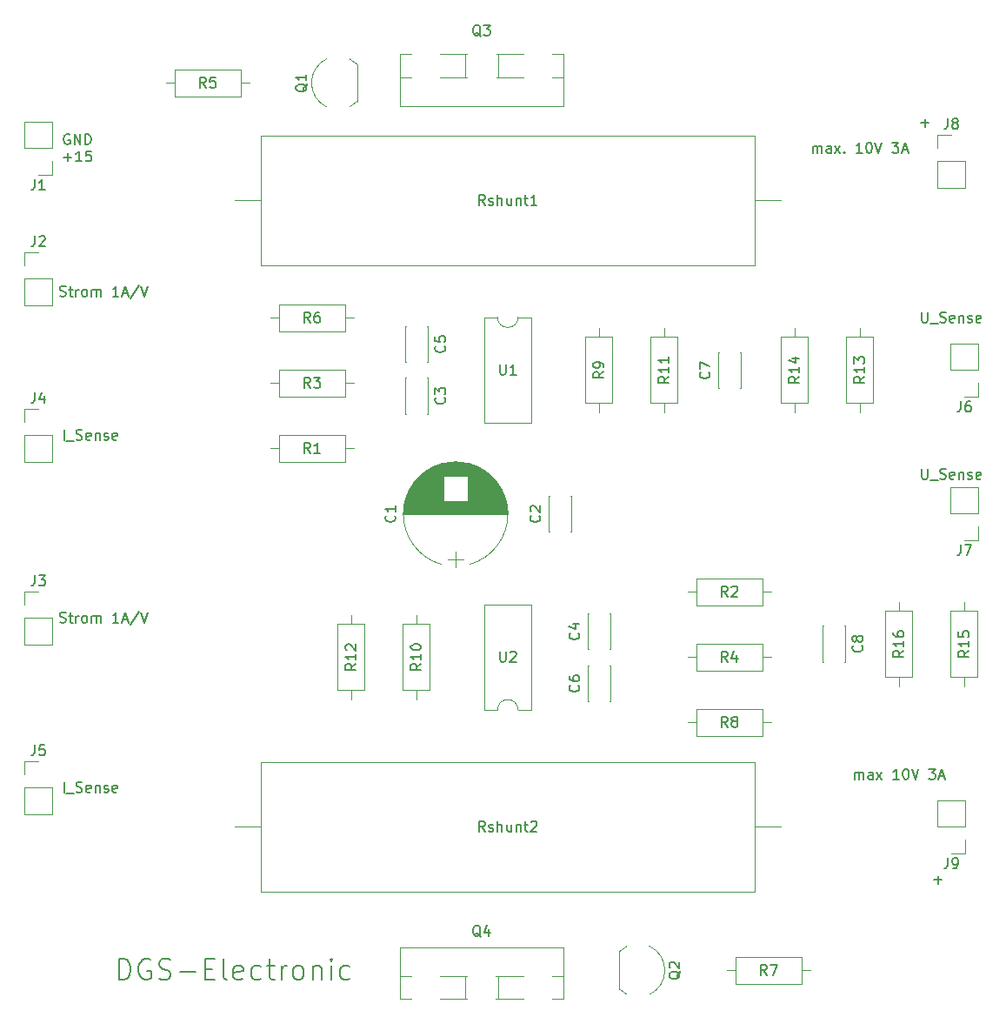
<source format=gto>
G04 #@! TF.GenerationSoftware,KiCad,Pcbnew,5.1.4-5.1.4*
G04 #@! TF.CreationDate,2019-11-01T16:10:20+01:00*
G04 #@! TF.ProjectId,Strom-Senke,5374726f-6d2d-4536-956e-6b652e6b6963,rev?*
G04 #@! TF.SameCoordinates,Original*
G04 #@! TF.FileFunction,Legend,Top*
G04 #@! TF.FilePolarity,Positive*
%FSLAX46Y46*%
G04 Gerber Fmt 4.6, Leading zero omitted, Abs format (unit mm)*
G04 Created by KiCad (PCBNEW 5.1.4-5.1.4) date 2019-11-01 16:10:20*
%MOMM*%
%LPD*%
G04 APERTURE LIST*
%ADD10C,0.150000*%
%ADD11C,0.120000*%
G04 APERTURE END LIST*
D10*
X128509523Y-132984761D02*
X128509523Y-130984761D01*
X128985714Y-130984761D01*
X129271428Y-131080000D01*
X129461904Y-131270476D01*
X129557142Y-131460952D01*
X129652380Y-131841904D01*
X129652380Y-132127619D01*
X129557142Y-132508571D01*
X129461904Y-132699047D01*
X129271428Y-132889523D01*
X128985714Y-132984761D01*
X128509523Y-132984761D01*
X131557142Y-131080000D02*
X131366666Y-130984761D01*
X131080952Y-130984761D01*
X130795238Y-131080000D01*
X130604761Y-131270476D01*
X130509523Y-131460952D01*
X130414285Y-131841904D01*
X130414285Y-132127619D01*
X130509523Y-132508571D01*
X130604761Y-132699047D01*
X130795238Y-132889523D01*
X131080952Y-132984761D01*
X131271428Y-132984761D01*
X131557142Y-132889523D01*
X131652380Y-132794285D01*
X131652380Y-132127619D01*
X131271428Y-132127619D01*
X132414285Y-132889523D02*
X132700000Y-132984761D01*
X133176190Y-132984761D01*
X133366666Y-132889523D01*
X133461904Y-132794285D01*
X133557142Y-132603809D01*
X133557142Y-132413333D01*
X133461904Y-132222857D01*
X133366666Y-132127619D01*
X133176190Y-132032380D01*
X132795238Y-131937142D01*
X132604761Y-131841904D01*
X132509523Y-131746666D01*
X132414285Y-131556190D01*
X132414285Y-131365714D01*
X132509523Y-131175238D01*
X132604761Y-131080000D01*
X132795238Y-130984761D01*
X133271428Y-130984761D01*
X133557142Y-131080000D01*
X134414285Y-132222857D02*
X135938095Y-132222857D01*
X136890476Y-131937142D02*
X137557142Y-131937142D01*
X137842857Y-132984761D02*
X136890476Y-132984761D01*
X136890476Y-130984761D01*
X137842857Y-130984761D01*
X138985714Y-132984761D02*
X138795238Y-132889523D01*
X138700000Y-132699047D01*
X138700000Y-130984761D01*
X140509523Y-132889523D02*
X140319047Y-132984761D01*
X139938095Y-132984761D01*
X139747619Y-132889523D01*
X139652380Y-132699047D01*
X139652380Y-131937142D01*
X139747619Y-131746666D01*
X139938095Y-131651428D01*
X140319047Y-131651428D01*
X140509523Y-131746666D01*
X140604761Y-131937142D01*
X140604761Y-132127619D01*
X139652380Y-132318095D01*
X142319047Y-132889523D02*
X142128571Y-132984761D01*
X141747619Y-132984761D01*
X141557142Y-132889523D01*
X141461904Y-132794285D01*
X141366666Y-132603809D01*
X141366666Y-132032380D01*
X141461904Y-131841904D01*
X141557142Y-131746666D01*
X141747619Y-131651428D01*
X142128571Y-131651428D01*
X142319047Y-131746666D01*
X142890476Y-131651428D02*
X143652380Y-131651428D01*
X143176190Y-130984761D02*
X143176190Y-132699047D01*
X143271428Y-132889523D01*
X143461904Y-132984761D01*
X143652380Y-132984761D01*
X144319047Y-132984761D02*
X144319047Y-131651428D01*
X144319047Y-132032380D02*
X144414285Y-131841904D01*
X144509523Y-131746666D01*
X144700000Y-131651428D01*
X144890476Y-131651428D01*
X145842857Y-132984761D02*
X145652380Y-132889523D01*
X145557142Y-132794285D01*
X145461904Y-132603809D01*
X145461904Y-132032380D01*
X145557142Y-131841904D01*
X145652380Y-131746666D01*
X145842857Y-131651428D01*
X146128571Y-131651428D01*
X146319047Y-131746666D01*
X146414285Y-131841904D01*
X146509523Y-132032380D01*
X146509523Y-132603809D01*
X146414285Y-132794285D01*
X146319047Y-132889523D01*
X146128571Y-132984761D01*
X145842857Y-132984761D01*
X147366666Y-131651428D02*
X147366666Y-132984761D01*
X147366666Y-131841904D02*
X147461904Y-131746666D01*
X147652380Y-131651428D01*
X147938095Y-131651428D01*
X148128571Y-131746666D01*
X148223809Y-131937142D01*
X148223809Y-132984761D01*
X149176190Y-132984761D02*
X149176190Y-131651428D01*
X149176190Y-130984761D02*
X149080952Y-131080000D01*
X149176190Y-131175238D01*
X149271428Y-131080000D01*
X149176190Y-130984761D01*
X149176190Y-131175238D01*
X150985714Y-132889523D02*
X150795238Y-132984761D01*
X150414285Y-132984761D01*
X150223809Y-132889523D01*
X150128571Y-132794285D01*
X150033333Y-132603809D01*
X150033333Y-132032380D01*
X150128571Y-131841904D01*
X150223809Y-131746666D01*
X150414285Y-131651428D01*
X150795238Y-131651428D01*
X150985714Y-131746666D01*
X206629047Y-49601428D02*
X207390952Y-49601428D01*
X207010000Y-49982380D02*
X207010000Y-49220476D01*
X207899047Y-123261428D02*
X208660952Y-123261428D01*
X208280000Y-123642380D02*
X208280000Y-122880476D01*
X200136666Y-113482380D02*
X200136666Y-112815714D01*
X200136666Y-112910952D02*
X200184285Y-112863333D01*
X200279523Y-112815714D01*
X200422380Y-112815714D01*
X200517619Y-112863333D01*
X200565238Y-112958571D01*
X200565238Y-113482380D01*
X200565238Y-112958571D02*
X200612857Y-112863333D01*
X200708095Y-112815714D01*
X200850952Y-112815714D01*
X200946190Y-112863333D01*
X200993809Y-112958571D01*
X200993809Y-113482380D01*
X201898571Y-113482380D02*
X201898571Y-112958571D01*
X201850952Y-112863333D01*
X201755714Y-112815714D01*
X201565238Y-112815714D01*
X201470000Y-112863333D01*
X201898571Y-113434761D02*
X201803333Y-113482380D01*
X201565238Y-113482380D01*
X201470000Y-113434761D01*
X201422380Y-113339523D01*
X201422380Y-113244285D01*
X201470000Y-113149047D01*
X201565238Y-113101428D01*
X201803333Y-113101428D01*
X201898571Y-113053809D01*
X202279523Y-113482380D02*
X202803333Y-112815714D01*
X202279523Y-112815714D02*
X202803333Y-113482380D01*
X204470000Y-113482380D02*
X203898571Y-113482380D01*
X204184285Y-113482380D02*
X204184285Y-112482380D01*
X204089047Y-112625238D01*
X203993809Y-112720476D01*
X203898571Y-112768095D01*
X205089047Y-112482380D02*
X205184285Y-112482380D01*
X205279523Y-112530000D01*
X205327142Y-112577619D01*
X205374761Y-112672857D01*
X205422380Y-112863333D01*
X205422380Y-113101428D01*
X205374761Y-113291904D01*
X205327142Y-113387142D01*
X205279523Y-113434761D01*
X205184285Y-113482380D01*
X205089047Y-113482380D01*
X204993809Y-113434761D01*
X204946190Y-113387142D01*
X204898571Y-113291904D01*
X204850952Y-113101428D01*
X204850952Y-112863333D01*
X204898571Y-112672857D01*
X204946190Y-112577619D01*
X204993809Y-112530000D01*
X205089047Y-112482380D01*
X205708095Y-112482380D02*
X206041428Y-113482380D01*
X206374761Y-112482380D01*
X207374761Y-112482380D02*
X207993809Y-112482380D01*
X207660476Y-112863333D01*
X207803333Y-112863333D01*
X207898571Y-112910952D01*
X207946190Y-112958571D01*
X207993809Y-113053809D01*
X207993809Y-113291904D01*
X207946190Y-113387142D01*
X207898571Y-113434761D01*
X207803333Y-113482380D01*
X207517619Y-113482380D01*
X207422380Y-113434761D01*
X207374761Y-113387142D01*
X208374761Y-113196666D02*
X208850952Y-113196666D01*
X208279523Y-113482380D02*
X208612857Y-112482380D01*
X208946190Y-113482380D01*
X196088571Y-52522380D02*
X196088571Y-51855714D01*
X196088571Y-51950952D02*
X196136190Y-51903333D01*
X196231428Y-51855714D01*
X196374285Y-51855714D01*
X196469523Y-51903333D01*
X196517142Y-51998571D01*
X196517142Y-52522380D01*
X196517142Y-51998571D02*
X196564761Y-51903333D01*
X196660000Y-51855714D01*
X196802857Y-51855714D01*
X196898095Y-51903333D01*
X196945714Y-51998571D01*
X196945714Y-52522380D01*
X197850476Y-52522380D02*
X197850476Y-51998571D01*
X197802857Y-51903333D01*
X197707619Y-51855714D01*
X197517142Y-51855714D01*
X197421904Y-51903333D01*
X197850476Y-52474761D02*
X197755238Y-52522380D01*
X197517142Y-52522380D01*
X197421904Y-52474761D01*
X197374285Y-52379523D01*
X197374285Y-52284285D01*
X197421904Y-52189047D01*
X197517142Y-52141428D01*
X197755238Y-52141428D01*
X197850476Y-52093809D01*
X198231428Y-52522380D02*
X198755238Y-51855714D01*
X198231428Y-51855714D02*
X198755238Y-52522380D01*
X199136190Y-52427142D02*
X199183809Y-52474761D01*
X199136190Y-52522380D01*
X199088571Y-52474761D01*
X199136190Y-52427142D01*
X199136190Y-52522380D01*
X200898095Y-52522380D02*
X200326666Y-52522380D01*
X200612380Y-52522380D02*
X200612380Y-51522380D01*
X200517142Y-51665238D01*
X200421904Y-51760476D01*
X200326666Y-51808095D01*
X201517142Y-51522380D02*
X201612380Y-51522380D01*
X201707619Y-51570000D01*
X201755238Y-51617619D01*
X201802857Y-51712857D01*
X201850476Y-51903333D01*
X201850476Y-52141428D01*
X201802857Y-52331904D01*
X201755238Y-52427142D01*
X201707619Y-52474761D01*
X201612380Y-52522380D01*
X201517142Y-52522380D01*
X201421904Y-52474761D01*
X201374285Y-52427142D01*
X201326666Y-52331904D01*
X201279047Y-52141428D01*
X201279047Y-51903333D01*
X201326666Y-51712857D01*
X201374285Y-51617619D01*
X201421904Y-51570000D01*
X201517142Y-51522380D01*
X202136190Y-51522380D02*
X202469523Y-52522380D01*
X202802857Y-51522380D01*
X203802857Y-51522380D02*
X204421904Y-51522380D01*
X204088571Y-51903333D01*
X204231428Y-51903333D01*
X204326666Y-51950952D01*
X204374285Y-51998571D01*
X204421904Y-52093809D01*
X204421904Y-52331904D01*
X204374285Y-52427142D01*
X204326666Y-52474761D01*
X204231428Y-52522380D01*
X203945714Y-52522380D01*
X203850476Y-52474761D01*
X203802857Y-52427142D01*
X204802857Y-52236666D02*
X205279047Y-52236666D01*
X204707619Y-52522380D02*
X205040952Y-51522380D01*
X205374285Y-52522380D01*
X206692857Y-83272380D02*
X206692857Y-84081904D01*
X206740476Y-84177142D01*
X206788095Y-84224761D01*
X206883333Y-84272380D01*
X207073809Y-84272380D01*
X207169047Y-84224761D01*
X207216666Y-84177142D01*
X207264285Y-84081904D01*
X207264285Y-83272380D01*
X207502380Y-84367619D02*
X208264285Y-84367619D01*
X208454761Y-84224761D02*
X208597619Y-84272380D01*
X208835714Y-84272380D01*
X208930952Y-84224761D01*
X208978571Y-84177142D01*
X209026190Y-84081904D01*
X209026190Y-83986666D01*
X208978571Y-83891428D01*
X208930952Y-83843809D01*
X208835714Y-83796190D01*
X208645238Y-83748571D01*
X208550000Y-83700952D01*
X208502380Y-83653333D01*
X208454761Y-83558095D01*
X208454761Y-83462857D01*
X208502380Y-83367619D01*
X208550000Y-83320000D01*
X208645238Y-83272380D01*
X208883333Y-83272380D01*
X209026190Y-83320000D01*
X209835714Y-84224761D02*
X209740476Y-84272380D01*
X209550000Y-84272380D01*
X209454761Y-84224761D01*
X209407142Y-84129523D01*
X209407142Y-83748571D01*
X209454761Y-83653333D01*
X209550000Y-83605714D01*
X209740476Y-83605714D01*
X209835714Y-83653333D01*
X209883333Y-83748571D01*
X209883333Y-83843809D01*
X209407142Y-83939047D01*
X210311904Y-83605714D02*
X210311904Y-84272380D01*
X210311904Y-83700952D02*
X210359523Y-83653333D01*
X210454761Y-83605714D01*
X210597619Y-83605714D01*
X210692857Y-83653333D01*
X210740476Y-83748571D01*
X210740476Y-84272380D01*
X211169047Y-84224761D02*
X211264285Y-84272380D01*
X211454761Y-84272380D01*
X211550000Y-84224761D01*
X211597619Y-84129523D01*
X211597619Y-84081904D01*
X211550000Y-83986666D01*
X211454761Y-83939047D01*
X211311904Y-83939047D01*
X211216666Y-83891428D01*
X211169047Y-83796190D01*
X211169047Y-83748571D01*
X211216666Y-83653333D01*
X211311904Y-83605714D01*
X211454761Y-83605714D01*
X211550000Y-83653333D01*
X212407142Y-84224761D02*
X212311904Y-84272380D01*
X212121428Y-84272380D01*
X212026190Y-84224761D01*
X211978571Y-84129523D01*
X211978571Y-83748571D01*
X212026190Y-83653333D01*
X212121428Y-83605714D01*
X212311904Y-83605714D01*
X212407142Y-83653333D01*
X212454761Y-83748571D01*
X212454761Y-83843809D01*
X211978571Y-83939047D01*
X206692857Y-68032380D02*
X206692857Y-68841904D01*
X206740476Y-68937142D01*
X206788095Y-68984761D01*
X206883333Y-69032380D01*
X207073809Y-69032380D01*
X207169047Y-68984761D01*
X207216666Y-68937142D01*
X207264285Y-68841904D01*
X207264285Y-68032380D01*
X207502380Y-69127619D02*
X208264285Y-69127619D01*
X208454761Y-68984761D02*
X208597619Y-69032380D01*
X208835714Y-69032380D01*
X208930952Y-68984761D01*
X208978571Y-68937142D01*
X209026190Y-68841904D01*
X209026190Y-68746666D01*
X208978571Y-68651428D01*
X208930952Y-68603809D01*
X208835714Y-68556190D01*
X208645238Y-68508571D01*
X208550000Y-68460952D01*
X208502380Y-68413333D01*
X208454761Y-68318095D01*
X208454761Y-68222857D01*
X208502380Y-68127619D01*
X208550000Y-68080000D01*
X208645238Y-68032380D01*
X208883333Y-68032380D01*
X209026190Y-68080000D01*
X209835714Y-68984761D02*
X209740476Y-69032380D01*
X209550000Y-69032380D01*
X209454761Y-68984761D01*
X209407142Y-68889523D01*
X209407142Y-68508571D01*
X209454761Y-68413333D01*
X209550000Y-68365714D01*
X209740476Y-68365714D01*
X209835714Y-68413333D01*
X209883333Y-68508571D01*
X209883333Y-68603809D01*
X209407142Y-68699047D01*
X210311904Y-68365714D02*
X210311904Y-69032380D01*
X210311904Y-68460952D02*
X210359523Y-68413333D01*
X210454761Y-68365714D01*
X210597619Y-68365714D01*
X210692857Y-68413333D01*
X210740476Y-68508571D01*
X210740476Y-69032380D01*
X211169047Y-68984761D02*
X211264285Y-69032380D01*
X211454761Y-69032380D01*
X211550000Y-68984761D01*
X211597619Y-68889523D01*
X211597619Y-68841904D01*
X211550000Y-68746666D01*
X211454761Y-68699047D01*
X211311904Y-68699047D01*
X211216666Y-68651428D01*
X211169047Y-68556190D01*
X211169047Y-68508571D01*
X211216666Y-68413333D01*
X211311904Y-68365714D01*
X211454761Y-68365714D01*
X211550000Y-68413333D01*
X212407142Y-68984761D02*
X212311904Y-69032380D01*
X212121428Y-69032380D01*
X212026190Y-68984761D01*
X211978571Y-68889523D01*
X211978571Y-68508571D01*
X212026190Y-68413333D01*
X212121428Y-68365714D01*
X212311904Y-68365714D01*
X212407142Y-68413333D01*
X212454761Y-68508571D01*
X212454761Y-68603809D01*
X211978571Y-68699047D01*
X123158571Y-114752380D02*
X123158571Y-113752380D01*
X123396666Y-114847619D02*
X124158571Y-114847619D01*
X124349047Y-114704761D02*
X124491904Y-114752380D01*
X124730000Y-114752380D01*
X124825238Y-114704761D01*
X124872857Y-114657142D01*
X124920476Y-114561904D01*
X124920476Y-114466666D01*
X124872857Y-114371428D01*
X124825238Y-114323809D01*
X124730000Y-114276190D01*
X124539523Y-114228571D01*
X124444285Y-114180952D01*
X124396666Y-114133333D01*
X124349047Y-114038095D01*
X124349047Y-113942857D01*
X124396666Y-113847619D01*
X124444285Y-113800000D01*
X124539523Y-113752380D01*
X124777619Y-113752380D01*
X124920476Y-113800000D01*
X125730000Y-114704761D02*
X125634761Y-114752380D01*
X125444285Y-114752380D01*
X125349047Y-114704761D01*
X125301428Y-114609523D01*
X125301428Y-114228571D01*
X125349047Y-114133333D01*
X125444285Y-114085714D01*
X125634761Y-114085714D01*
X125730000Y-114133333D01*
X125777619Y-114228571D01*
X125777619Y-114323809D01*
X125301428Y-114419047D01*
X126206190Y-114085714D02*
X126206190Y-114752380D01*
X126206190Y-114180952D02*
X126253809Y-114133333D01*
X126349047Y-114085714D01*
X126491904Y-114085714D01*
X126587142Y-114133333D01*
X126634761Y-114228571D01*
X126634761Y-114752380D01*
X127063333Y-114704761D02*
X127158571Y-114752380D01*
X127349047Y-114752380D01*
X127444285Y-114704761D01*
X127491904Y-114609523D01*
X127491904Y-114561904D01*
X127444285Y-114466666D01*
X127349047Y-114419047D01*
X127206190Y-114419047D01*
X127110952Y-114371428D01*
X127063333Y-114276190D01*
X127063333Y-114228571D01*
X127110952Y-114133333D01*
X127206190Y-114085714D01*
X127349047Y-114085714D01*
X127444285Y-114133333D01*
X128301428Y-114704761D02*
X128206190Y-114752380D01*
X128015714Y-114752380D01*
X127920476Y-114704761D01*
X127872857Y-114609523D01*
X127872857Y-114228571D01*
X127920476Y-114133333D01*
X128015714Y-114085714D01*
X128206190Y-114085714D01*
X128301428Y-114133333D01*
X128349047Y-114228571D01*
X128349047Y-114323809D01*
X127872857Y-114419047D01*
X122761904Y-98194761D02*
X122904761Y-98242380D01*
X123142857Y-98242380D01*
X123238095Y-98194761D01*
X123285714Y-98147142D01*
X123333333Y-98051904D01*
X123333333Y-97956666D01*
X123285714Y-97861428D01*
X123238095Y-97813809D01*
X123142857Y-97766190D01*
X122952380Y-97718571D01*
X122857142Y-97670952D01*
X122809523Y-97623333D01*
X122761904Y-97528095D01*
X122761904Y-97432857D01*
X122809523Y-97337619D01*
X122857142Y-97290000D01*
X122952380Y-97242380D01*
X123190476Y-97242380D01*
X123333333Y-97290000D01*
X123619047Y-97575714D02*
X124000000Y-97575714D01*
X123761904Y-97242380D02*
X123761904Y-98099523D01*
X123809523Y-98194761D01*
X123904761Y-98242380D01*
X124000000Y-98242380D01*
X124333333Y-98242380D02*
X124333333Y-97575714D01*
X124333333Y-97766190D02*
X124380952Y-97670952D01*
X124428571Y-97623333D01*
X124523809Y-97575714D01*
X124619047Y-97575714D01*
X125095238Y-98242380D02*
X125000000Y-98194761D01*
X124952380Y-98147142D01*
X124904761Y-98051904D01*
X124904761Y-97766190D01*
X124952380Y-97670952D01*
X125000000Y-97623333D01*
X125095238Y-97575714D01*
X125238095Y-97575714D01*
X125333333Y-97623333D01*
X125380952Y-97670952D01*
X125428571Y-97766190D01*
X125428571Y-98051904D01*
X125380952Y-98147142D01*
X125333333Y-98194761D01*
X125238095Y-98242380D01*
X125095238Y-98242380D01*
X125857142Y-98242380D02*
X125857142Y-97575714D01*
X125857142Y-97670952D02*
X125904761Y-97623333D01*
X126000000Y-97575714D01*
X126142857Y-97575714D01*
X126238095Y-97623333D01*
X126285714Y-97718571D01*
X126285714Y-98242380D01*
X126285714Y-97718571D02*
X126333333Y-97623333D01*
X126428571Y-97575714D01*
X126571428Y-97575714D01*
X126666666Y-97623333D01*
X126714285Y-97718571D01*
X126714285Y-98242380D01*
X128476190Y-98242380D02*
X127904761Y-98242380D01*
X128190476Y-98242380D02*
X128190476Y-97242380D01*
X128095238Y-97385238D01*
X128000000Y-97480476D01*
X127904761Y-97528095D01*
X128857142Y-97956666D02*
X129333333Y-97956666D01*
X128761904Y-98242380D02*
X129095238Y-97242380D01*
X129428571Y-98242380D01*
X130476190Y-97194761D02*
X129619047Y-98480476D01*
X130666666Y-97242380D02*
X131000000Y-98242380D01*
X131333333Y-97242380D01*
X123158571Y-80462380D02*
X123158571Y-79462380D01*
X123396666Y-80557619D02*
X124158571Y-80557619D01*
X124349047Y-80414761D02*
X124491904Y-80462380D01*
X124730000Y-80462380D01*
X124825238Y-80414761D01*
X124872857Y-80367142D01*
X124920476Y-80271904D01*
X124920476Y-80176666D01*
X124872857Y-80081428D01*
X124825238Y-80033809D01*
X124730000Y-79986190D01*
X124539523Y-79938571D01*
X124444285Y-79890952D01*
X124396666Y-79843333D01*
X124349047Y-79748095D01*
X124349047Y-79652857D01*
X124396666Y-79557619D01*
X124444285Y-79510000D01*
X124539523Y-79462380D01*
X124777619Y-79462380D01*
X124920476Y-79510000D01*
X125730000Y-80414761D02*
X125634761Y-80462380D01*
X125444285Y-80462380D01*
X125349047Y-80414761D01*
X125301428Y-80319523D01*
X125301428Y-79938571D01*
X125349047Y-79843333D01*
X125444285Y-79795714D01*
X125634761Y-79795714D01*
X125730000Y-79843333D01*
X125777619Y-79938571D01*
X125777619Y-80033809D01*
X125301428Y-80129047D01*
X126206190Y-79795714D02*
X126206190Y-80462380D01*
X126206190Y-79890952D02*
X126253809Y-79843333D01*
X126349047Y-79795714D01*
X126491904Y-79795714D01*
X126587142Y-79843333D01*
X126634761Y-79938571D01*
X126634761Y-80462380D01*
X127063333Y-80414761D02*
X127158571Y-80462380D01*
X127349047Y-80462380D01*
X127444285Y-80414761D01*
X127491904Y-80319523D01*
X127491904Y-80271904D01*
X127444285Y-80176666D01*
X127349047Y-80129047D01*
X127206190Y-80129047D01*
X127110952Y-80081428D01*
X127063333Y-79986190D01*
X127063333Y-79938571D01*
X127110952Y-79843333D01*
X127206190Y-79795714D01*
X127349047Y-79795714D01*
X127444285Y-79843333D01*
X128301428Y-80414761D02*
X128206190Y-80462380D01*
X128015714Y-80462380D01*
X127920476Y-80414761D01*
X127872857Y-80319523D01*
X127872857Y-79938571D01*
X127920476Y-79843333D01*
X128015714Y-79795714D01*
X128206190Y-79795714D01*
X128301428Y-79843333D01*
X128349047Y-79938571D01*
X128349047Y-80033809D01*
X127872857Y-80129047D01*
X122761904Y-66444761D02*
X122904761Y-66492380D01*
X123142857Y-66492380D01*
X123238095Y-66444761D01*
X123285714Y-66397142D01*
X123333333Y-66301904D01*
X123333333Y-66206666D01*
X123285714Y-66111428D01*
X123238095Y-66063809D01*
X123142857Y-66016190D01*
X122952380Y-65968571D01*
X122857142Y-65920952D01*
X122809523Y-65873333D01*
X122761904Y-65778095D01*
X122761904Y-65682857D01*
X122809523Y-65587619D01*
X122857142Y-65540000D01*
X122952380Y-65492380D01*
X123190476Y-65492380D01*
X123333333Y-65540000D01*
X123619047Y-65825714D02*
X124000000Y-65825714D01*
X123761904Y-65492380D02*
X123761904Y-66349523D01*
X123809523Y-66444761D01*
X123904761Y-66492380D01*
X124000000Y-66492380D01*
X124333333Y-66492380D02*
X124333333Y-65825714D01*
X124333333Y-66016190D02*
X124380952Y-65920952D01*
X124428571Y-65873333D01*
X124523809Y-65825714D01*
X124619047Y-65825714D01*
X125095238Y-66492380D02*
X125000000Y-66444761D01*
X124952380Y-66397142D01*
X124904761Y-66301904D01*
X124904761Y-66016190D01*
X124952380Y-65920952D01*
X125000000Y-65873333D01*
X125095238Y-65825714D01*
X125238095Y-65825714D01*
X125333333Y-65873333D01*
X125380952Y-65920952D01*
X125428571Y-66016190D01*
X125428571Y-66301904D01*
X125380952Y-66397142D01*
X125333333Y-66444761D01*
X125238095Y-66492380D01*
X125095238Y-66492380D01*
X125857142Y-66492380D02*
X125857142Y-65825714D01*
X125857142Y-65920952D02*
X125904761Y-65873333D01*
X126000000Y-65825714D01*
X126142857Y-65825714D01*
X126238095Y-65873333D01*
X126285714Y-65968571D01*
X126285714Y-66492380D01*
X126285714Y-65968571D02*
X126333333Y-65873333D01*
X126428571Y-65825714D01*
X126571428Y-65825714D01*
X126666666Y-65873333D01*
X126714285Y-65968571D01*
X126714285Y-66492380D01*
X128476190Y-66492380D02*
X127904761Y-66492380D01*
X128190476Y-66492380D02*
X128190476Y-65492380D01*
X128095238Y-65635238D01*
X128000000Y-65730476D01*
X127904761Y-65778095D01*
X128857142Y-66206666D02*
X129333333Y-66206666D01*
X128761904Y-66492380D02*
X129095238Y-65492380D01*
X129428571Y-66492380D01*
X130476190Y-65444761D02*
X129619047Y-66730476D01*
X130666666Y-65492380D02*
X131000000Y-66492380D01*
X131333333Y-65492380D01*
X123698095Y-50745000D02*
X123602857Y-50697380D01*
X123460000Y-50697380D01*
X123317142Y-50745000D01*
X123221904Y-50840238D01*
X123174285Y-50935476D01*
X123126666Y-51125952D01*
X123126666Y-51268809D01*
X123174285Y-51459285D01*
X123221904Y-51554523D01*
X123317142Y-51649761D01*
X123460000Y-51697380D01*
X123555238Y-51697380D01*
X123698095Y-51649761D01*
X123745714Y-51602142D01*
X123745714Y-51268809D01*
X123555238Y-51268809D01*
X124174285Y-51697380D02*
X124174285Y-50697380D01*
X124745714Y-51697380D01*
X124745714Y-50697380D01*
X125221904Y-51697380D02*
X125221904Y-50697380D01*
X125460000Y-50697380D01*
X125602857Y-50745000D01*
X125698095Y-50840238D01*
X125745714Y-50935476D01*
X125793333Y-51125952D01*
X125793333Y-51268809D01*
X125745714Y-51459285D01*
X125698095Y-51554523D01*
X125602857Y-51649761D01*
X125460000Y-51697380D01*
X125221904Y-51697380D01*
X123126666Y-52966428D02*
X123888571Y-52966428D01*
X123507619Y-53347380D02*
X123507619Y-52585476D01*
X124888571Y-53347380D02*
X124317142Y-53347380D01*
X124602857Y-53347380D02*
X124602857Y-52347380D01*
X124507619Y-52490238D01*
X124412380Y-52585476D01*
X124317142Y-52633095D01*
X125793333Y-52347380D02*
X125317142Y-52347380D01*
X125269523Y-52823571D01*
X125317142Y-52775952D01*
X125412380Y-52728333D01*
X125650476Y-52728333D01*
X125745714Y-52775952D01*
X125793333Y-52823571D01*
X125840952Y-52918809D01*
X125840952Y-53156904D01*
X125793333Y-53252142D01*
X125745714Y-53299761D01*
X125650476Y-53347380D01*
X125412380Y-53347380D01*
X125317142Y-53299761D01*
X125269523Y-53252142D01*
D11*
X210880000Y-115510000D02*
X208220000Y-115510000D01*
X210880000Y-118110000D02*
X210880000Y-115510000D01*
X208220000Y-118110000D02*
X208220000Y-115510000D01*
X210880000Y-118110000D02*
X208220000Y-118110000D01*
X210880000Y-119380000D02*
X210880000Y-120710000D01*
X210880000Y-120710000D02*
X209550000Y-120710000D01*
X208220000Y-55940000D02*
X210880000Y-55940000D01*
X208220000Y-53340000D02*
X208220000Y-55940000D01*
X210880000Y-53340000D02*
X210880000Y-55940000D01*
X208220000Y-53340000D02*
X210880000Y-53340000D01*
X208220000Y-52070000D02*
X208220000Y-50740000D01*
X208220000Y-50740000D02*
X209550000Y-50740000D01*
X121980000Y-49470000D02*
X119320000Y-49470000D01*
X121980000Y-52070000D02*
X121980000Y-49470000D01*
X119320000Y-52070000D02*
X119320000Y-49470000D01*
X121980000Y-52070000D02*
X119320000Y-52070000D01*
X121980000Y-53340000D02*
X121980000Y-54670000D01*
X121980000Y-54670000D02*
X120650000Y-54670000D01*
X192930000Y-118110000D02*
X190430000Y-118110000D01*
X139810000Y-118110000D02*
X142310000Y-118110000D01*
X190430000Y-111800000D02*
X142310000Y-111800000D01*
X190430000Y-124420000D02*
X190430000Y-111800000D01*
X142310000Y-124420000D02*
X190430000Y-124420000D01*
X142310000Y-111800000D02*
X142310000Y-124420000D01*
X212150000Y-85030000D02*
X209490000Y-85030000D01*
X212150000Y-87630000D02*
X212150000Y-85030000D01*
X209490000Y-87630000D02*
X209490000Y-85030000D01*
X212150000Y-87630000D02*
X209490000Y-87630000D01*
X212150000Y-88900000D02*
X212150000Y-90230000D01*
X212150000Y-90230000D02*
X210820000Y-90230000D01*
X212150000Y-71060000D02*
X209490000Y-71060000D01*
X212150000Y-73660000D02*
X212150000Y-71060000D01*
X209490000Y-73660000D02*
X209490000Y-71060000D01*
X212150000Y-73660000D02*
X209490000Y-73660000D01*
X212150000Y-74930000D02*
X212150000Y-76260000D01*
X212150000Y-76260000D02*
X210820000Y-76260000D01*
X119320000Y-116900000D02*
X121980000Y-116900000D01*
X119320000Y-114300000D02*
X119320000Y-116900000D01*
X121980000Y-114300000D02*
X121980000Y-116900000D01*
X119320000Y-114300000D02*
X121980000Y-114300000D01*
X119320000Y-113030000D02*
X119320000Y-111700000D01*
X119320000Y-111700000D02*
X120650000Y-111700000D01*
X119320000Y-82610000D02*
X121980000Y-82610000D01*
X119320000Y-80010000D02*
X119320000Y-82610000D01*
X121980000Y-80010000D02*
X121980000Y-82610000D01*
X119320000Y-80010000D02*
X121980000Y-80010000D01*
X119320000Y-78740000D02*
X119320000Y-77410000D01*
X119320000Y-77410000D02*
X120650000Y-77410000D01*
X119320000Y-100390000D02*
X121980000Y-100390000D01*
X119320000Y-97790000D02*
X119320000Y-100390000D01*
X121980000Y-97790000D02*
X121980000Y-100390000D01*
X119320000Y-97790000D02*
X121980000Y-97790000D01*
X119320000Y-96520000D02*
X119320000Y-95190000D01*
X119320000Y-95190000D02*
X120650000Y-95190000D01*
X119320000Y-67370000D02*
X121980000Y-67370000D01*
X119320000Y-64770000D02*
X119320000Y-67370000D01*
X121980000Y-64770000D02*
X121980000Y-67370000D01*
X119320000Y-64770000D02*
X121980000Y-64770000D01*
X119320000Y-63500000D02*
X119320000Y-62170000D01*
X119320000Y-62170000D02*
X120650000Y-62170000D01*
X160540000Y-92120000D02*
X162040000Y-92120000D01*
X161290000Y-92870000D02*
X161290000Y-91370000D01*
X161011000Y-82589000D02*
X161569000Y-82589000D01*
X160618000Y-82629000D02*
X161962000Y-82629000D01*
X160377000Y-82669000D02*
X162203000Y-82669000D01*
X160186000Y-82709000D02*
X162394000Y-82709000D01*
X160025000Y-82749000D02*
X162555000Y-82749000D01*
X159883000Y-82789000D02*
X162697000Y-82789000D01*
X159754000Y-82829000D02*
X162826000Y-82829000D01*
X159636000Y-82869000D02*
X162944000Y-82869000D01*
X159527000Y-82909000D02*
X163053000Y-82909000D01*
X159424000Y-82949000D02*
X163156000Y-82949000D01*
X159328000Y-82989000D02*
X163252000Y-82989000D01*
X159237000Y-83029000D02*
X163343000Y-83029000D01*
X159150000Y-83069000D02*
X163430000Y-83069000D01*
X159068000Y-83109000D02*
X163512000Y-83109000D01*
X158989000Y-83149000D02*
X163591000Y-83149000D01*
X158913000Y-83189000D02*
X163667000Y-83189000D01*
X158841000Y-83229000D02*
X163739000Y-83229000D01*
X158771000Y-83269000D02*
X163809000Y-83269000D01*
X158703000Y-83309000D02*
X163877000Y-83309000D01*
X158638000Y-83349000D02*
X163942000Y-83349000D01*
X158575000Y-83389000D02*
X164005000Y-83389000D01*
X158513000Y-83429000D02*
X164067000Y-83429000D01*
X158454000Y-83469000D02*
X164126000Y-83469000D01*
X158396000Y-83509000D02*
X164184000Y-83509000D01*
X158341000Y-83549000D02*
X164239000Y-83549000D01*
X158286000Y-83589000D02*
X164294000Y-83589000D01*
X158233000Y-83629000D02*
X164347000Y-83629000D01*
X158182000Y-83669000D02*
X164398000Y-83669000D01*
X158132000Y-83709000D02*
X164448000Y-83709000D01*
X158083000Y-83749000D02*
X164497000Y-83749000D01*
X158035000Y-83789000D02*
X164545000Y-83789000D01*
X157988000Y-83829000D02*
X164592000Y-83829000D01*
X157943000Y-83869000D02*
X164637000Y-83869000D01*
X157899000Y-83909000D02*
X164681000Y-83909000D01*
X157855000Y-83949000D02*
X164725000Y-83949000D01*
X157813000Y-83989000D02*
X164767000Y-83989000D01*
X162471000Y-84029000D02*
X164808000Y-84029000D01*
X157772000Y-84029000D02*
X160109000Y-84029000D01*
X162471000Y-84069000D02*
X164849000Y-84069000D01*
X157731000Y-84069000D02*
X160109000Y-84069000D01*
X162471000Y-84109000D02*
X164888000Y-84109000D01*
X157692000Y-84109000D02*
X160109000Y-84109000D01*
X162471000Y-84149000D02*
X164927000Y-84149000D01*
X157653000Y-84149000D02*
X160109000Y-84149000D01*
X162471000Y-84189000D02*
X164965000Y-84189000D01*
X157615000Y-84189000D02*
X160109000Y-84189000D01*
X162471000Y-84229000D02*
X165002000Y-84229000D01*
X157578000Y-84229000D02*
X160109000Y-84229000D01*
X162471000Y-84269000D02*
X165038000Y-84269000D01*
X157542000Y-84269000D02*
X160109000Y-84269000D01*
X162471000Y-84309000D02*
X165074000Y-84309000D01*
X157506000Y-84309000D02*
X160109000Y-84309000D01*
X162471000Y-84349000D02*
X165109000Y-84349000D01*
X157471000Y-84349000D02*
X160109000Y-84349000D01*
X162471000Y-84389000D02*
X165143000Y-84389000D01*
X157437000Y-84389000D02*
X160109000Y-84389000D01*
X162471000Y-84429000D02*
X165176000Y-84429000D01*
X157404000Y-84429000D02*
X160109000Y-84429000D01*
X162471000Y-84469000D02*
X165209000Y-84469000D01*
X157371000Y-84469000D02*
X160109000Y-84469000D01*
X162471000Y-84509000D02*
X165241000Y-84509000D01*
X157339000Y-84509000D02*
X160109000Y-84509000D01*
X162471000Y-84549000D02*
X165272000Y-84549000D01*
X157308000Y-84549000D02*
X160109000Y-84549000D01*
X162471000Y-84589000D02*
X165303000Y-84589000D01*
X157277000Y-84589000D02*
X160109000Y-84589000D01*
X162471000Y-84629000D02*
X165333000Y-84629000D01*
X157247000Y-84629000D02*
X160109000Y-84629000D01*
X162471000Y-84669000D02*
X165362000Y-84669000D01*
X157218000Y-84669000D02*
X160109000Y-84669000D01*
X162471000Y-84709000D02*
X165391000Y-84709000D01*
X157189000Y-84709000D02*
X160109000Y-84709000D01*
X162471000Y-84749000D02*
X165420000Y-84749000D01*
X157160000Y-84749000D02*
X160109000Y-84749000D01*
X162471000Y-84789000D02*
X165447000Y-84789000D01*
X157133000Y-84789000D02*
X160109000Y-84789000D01*
X162471000Y-84829000D02*
X165475000Y-84829000D01*
X157105000Y-84829000D02*
X160109000Y-84829000D01*
X162471000Y-84869000D02*
X165501000Y-84869000D01*
X157079000Y-84869000D02*
X160109000Y-84869000D01*
X162471000Y-84909000D02*
X165527000Y-84909000D01*
X157053000Y-84909000D02*
X160109000Y-84909000D01*
X162471000Y-84949000D02*
X165553000Y-84949000D01*
X157027000Y-84949000D02*
X160109000Y-84949000D01*
X162471000Y-84989000D02*
X165578000Y-84989000D01*
X157002000Y-84989000D02*
X160109000Y-84989000D01*
X162471000Y-85029000D02*
X165602000Y-85029000D01*
X156978000Y-85029000D02*
X160109000Y-85029000D01*
X162471000Y-85069000D02*
X165626000Y-85069000D01*
X156954000Y-85069000D02*
X160109000Y-85069000D01*
X162471000Y-85109000D02*
X165650000Y-85109000D01*
X156930000Y-85109000D02*
X160109000Y-85109000D01*
X162471000Y-85149000D02*
X165673000Y-85149000D01*
X156907000Y-85149000D02*
X160109000Y-85149000D01*
X162471000Y-85189000D02*
X165695000Y-85189000D01*
X156885000Y-85189000D02*
X160109000Y-85189000D01*
X162471000Y-85229000D02*
X165718000Y-85229000D01*
X156862000Y-85229000D02*
X160109000Y-85229000D01*
X162471000Y-85269000D02*
X165739000Y-85269000D01*
X156841000Y-85269000D02*
X160109000Y-85269000D01*
X162471000Y-85309000D02*
X165760000Y-85309000D01*
X156820000Y-85309000D02*
X160109000Y-85309000D01*
X162471000Y-85349000D02*
X165781000Y-85349000D01*
X156799000Y-85349000D02*
X160109000Y-85349000D01*
X162471000Y-85389000D02*
X165801000Y-85389000D01*
X156779000Y-85389000D02*
X160109000Y-85389000D01*
X162471000Y-85429000D02*
X165821000Y-85429000D01*
X156759000Y-85429000D02*
X160109000Y-85429000D01*
X162471000Y-85469000D02*
X165840000Y-85469000D01*
X156740000Y-85469000D02*
X160109000Y-85469000D01*
X162471000Y-85509000D02*
X165859000Y-85509000D01*
X156721000Y-85509000D02*
X160109000Y-85509000D01*
X162471000Y-85549000D02*
X165878000Y-85549000D01*
X156702000Y-85549000D02*
X160109000Y-85549000D01*
X162471000Y-85589000D02*
X165896000Y-85589000D01*
X156684000Y-85589000D02*
X160109000Y-85589000D01*
X162471000Y-85629000D02*
X165914000Y-85629000D01*
X156666000Y-85629000D02*
X160109000Y-85629000D01*
X162471000Y-85669000D02*
X165931000Y-85669000D01*
X156649000Y-85669000D02*
X160109000Y-85669000D01*
X162471000Y-85709000D02*
X165948000Y-85709000D01*
X156632000Y-85709000D02*
X160109000Y-85709000D01*
X162471000Y-85749000D02*
X165964000Y-85749000D01*
X156616000Y-85749000D02*
X160109000Y-85749000D01*
X162471000Y-85789000D02*
X165981000Y-85789000D01*
X156599000Y-85789000D02*
X160109000Y-85789000D01*
X162471000Y-85829000D02*
X165996000Y-85829000D01*
X156584000Y-85829000D02*
X160109000Y-85829000D01*
X162471000Y-85869000D02*
X166012000Y-85869000D01*
X156568000Y-85869000D02*
X160109000Y-85869000D01*
X162471000Y-85909000D02*
X166027000Y-85909000D01*
X156553000Y-85909000D02*
X160109000Y-85909000D01*
X162471000Y-85949000D02*
X166041000Y-85949000D01*
X156539000Y-85949000D02*
X160109000Y-85949000D01*
X162471000Y-85989000D02*
X166055000Y-85989000D01*
X156525000Y-85989000D02*
X160109000Y-85989000D01*
X162471000Y-86029000D02*
X166069000Y-86029000D01*
X156511000Y-86029000D02*
X160109000Y-86029000D01*
X162471000Y-86069000D02*
X166082000Y-86069000D01*
X156498000Y-86069000D02*
X160109000Y-86069000D01*
X162471000Y-86109000D02*
X166096000Y-86109000D01*
X156484000Y-86109000D02*
X160109000Y-86109000D01*
X162471000Y-86149000D02*
X166108000Y-86149000D01*
X156472000Y-86149000D02*
X160109000Y-86149000D01*
X162471000Y-86189000D02*
X166121000Y-86189000D01*
X156459000Y-86189000D02*
X160109000Y-86189000D01*
X162471000Y-86229000D02*
X166133000Y-86229000D01*
X156447000Y-86229000D02*
X160109000Y-86229000D01*
X162471000Y-86269000D02*
X166144000Y-86269000D01*
X156436000Y-86269000D02*
X160109000Y-86269000D01*
X162471000Y-86309000D02*
X166155000Y-86309000D01*
X156425000Y-86309000D02*
X160109000Y-86309000D01*
X162471000Y-86349000D02*
X166166000Y-86349000D01*
X156414000Y-86349000D02*
X160109000Y-86349000D01*
X156403000Y-86389000D02*
X166177000Y-86389000D01*
X156393000Y-86429000D02*
X166187000Y-86429000D01*
X156383000Y-86469000D02*
X166197000Y-86469000D01*
X156373000Y-86509000D02*
X166207000Y-86509000D01*
X156364000Y-86549000D02*
X166216000Y-86549000D01*
X156355000Y-86589000D02*
X166225000Y-86589000D01*
X156347000Y-86629000D02*
X166233000Y-86629000D01*
X156339000Y-86669000D02*
X166241000Y-86669000D01*
X156331000Y-86709000D02*
X166249000Y-86709000D01*
X156323000Y-86749000D02*
X166257000Y-86749000D01*
X156316000Y-86789000D02*
X166264000Y-86789000D01*
X156309000Y-86829000D02*
X166271000Y-86829000D01*
X156303000Y-86869000D02*
X166277000Y-86869000D01*
X156297000Y-86909000D02*
X166283000Y-86909000D01*
X156291000Y-86949000D02*
X166289000Y-86949000D01*
X156285000Y-86990000D02*
X166295000Y-86990000D01*
X156280000Y-87030000D02*
X166300000Y-87030000D01*
X156275000Y-87070000D02*
X166305000Y-87070000D01*
X156270000Y-87110000D02*
X166310000Y-87110000D01*
X156266000Y-87150000D02*
X166314000Y-87150000D01*
X156262000Y-87190000D02*
X166318000Y-87190000D01*
X156259000Y-87230000D02*
X166321000Y-87230000D01*
X156255000Y-87270000D02*
X166325000Y-87270000D01*
X156252000Y-87310000D02*
X166328000Y-87310000D01*
X156250000Y-87350000D02*
X166330000Y-87350000D01*
X156247000Y-87390000D02*
X166333000Y-87390000D01*
X156245000Y-87430000D02*
X166335000Y-87430000D01*
X156243000Y-87470000D02*
X166337000Y-87470000D01*
X156242000Y-87510000D02*
X166338000Y-87510000D01*
X156241000Y-87550000D02*
X166339000Y-87550000D01*
X156240000Y-87590000D02*
X166340000Y-87590000D01*
X156240000Y-87630000D02*
X166340000Y-87630000D01*
X156240000Y-87670000D02*
X166340000Y-87670000D01*
X162673264Y-82771563D02*
G75*
G03X159910000Y-82770643I-1383264J-4898437D01*
G01*
X162673264Y-82771563D02*
G75*
G02X162670000Y-92569357I-1383264J-4898437D01*
G01*
X159906736Y-82771563D02*
G75*
G03X159910000Y-92569357I1383264J-4898437D01*
G01*
X172446000Y-85890000D02*
X172560000Y-85890000D01*
X170340000Y-85890000D02*
X170454000Y-85890000D01*
X172446000Y-89410000D02*
X172560000Y-89410000D01*
X170340000Y-89410000D02*
X170454000Y-89410000D01*
X172560000Y-89410000D02*
X172560000Y-85890000D01*
X170340000Y-89410000D02*
X170340000Y-85890000D01*
X158590000Y-74420000D02*
X158590000Y-77940000D01*
X156370000Y-74420000D02*
X156370000Y-77940000D01*
X158590000Y-74420000D02*
X158476000Y-74420000D01*
X156484000Y-74420000D02*
X156370000Y-74420000D01*
X158590000Y-77940000D02*
X158476000Y-77940000D01*
X156484000Y-77940000D02*
X156370000Y-77940000D01*
X176256000Y-97320000D02*
X176370000Y-97320000D01*
X174150000Y-97320000D02*
X174264000Y-97320000D01*
X176256000Y-100840000D02*
X176370000Y-100840000D01*
X174150000Y-100840000D02*
X174264000Y-100840000D01*
X176370000Y-100840000D02*
X176370000Y-97320000D01*
X174150000Y-100840000D02*
X174150000Y-97320000D01*
X158590000Y-69380000D02*
X158590000Y-72900000D01*
X156370000Y-69380000D02*
X156370000Y-72900000D01*
X158590000Y-69380000D02*
X158476000Y-69380000D01*
X156484000Y-69380000D02*
X156370000Y-69380000D01*
X158590000Y-72900000D02*
X158476000Y-72900000D01*
X156484000Y-72900000D02*
X156370000Y-72900000D01*
X176256000Y-102400000D02*
X176370000Y-102400000D01*
X174150000Y-102400000D02*
X174264000Y-102400000D01*
X176256000Y-105920000D02*
X176370000Y-105920000D01*
X174150000Y-105920000D02*
X174264000Y-105920000D01*
X176370000Y-105920000D02*
X176370000Y-102400000D01*
X174150000Y-105920000D02*
X174150000Y-102400000D01*
X186850000Y-75440000D02*
X186850000Y-71920000D01*
X189070000Y-75440000D02*
X189070000Y-71920000D01*
X186850000Y-75440000D02*
X186964000Y-75440000D01*
X188956000Y-75440000D02*
X189070000Y-75440000D01*
X186850000Y-71920000D02*
X186964000Y-71920000D01*
X188956000Y-71920000D02*
X189070000Y-71920000D01*
X197124000Y-102070000D02*
X197010000Y-102070000D01*
X199230000Y-102070000D02*
X199116000Y-102070000D01*
X197124000Y-98550000D02*
X197010000Y-98550000D01*
X199230000Y-98550000D02*
X199116000Y-98550000D01*
X197010000Y-98550000D02*
X197010000Y-102070000D01*
X199230000Y-98550000D02*
X199230000Y-102070000D01*
X151710000Y-47520000D02*
X151710000Y-43920000D01*
X150982795Y-48044184D02*
G75*
G03X151710000Y-47520000I-1122795J2324184D01*
G01*
X148761193Y-48076400D02*
G75*
G02X147260000Y-45720000I1098807J2356400D01*
G01*
X148761193Y-43363600D02*
G75*
G03X147260000Y-45720000I1098807J-2356400D01*
G01*
X150982795Y-43395816D02*
G75*
G02X151710000Y-43920000I-1122795J-2324184D01*
G01*
X177947205Y-134404184D02*
G75*
G02X177220000Y-133880000I1122795J2324184D01*
G01*
X180168807Y-134436400D02*
G75*
G03X181670000Y-132080000I-1098807J2356400D01*
G01*
X180168807Y-129723600D02*
G75*
G02X181670000Y-132080000I-1098807J-2356400D01*
G01*
X177947205Y-129755816D02*
G75*
G03X177220000Y-130280000I1122795J-2324184D01*
G01*
X177220000Y-130280000D02*
X177220000Y-133880000D01*
X165431000Y-42930000D02*
X165431000Y-45171000D01*
X162230000Y-42930000D02*
X162230000Y-45171000D01*
X170680000Y-45171000D02*
X171750000Y-45171000D01*
X165230000Y-45171000D02*
X167880000Y-45171000D01*
X159780000Y-45171000D02*
X162431000Y-45171000D01*
X155910000Y-45171000D02*
X156980000Y-45171000D01*
X171750000Y-42930000D02*
X171750000Y-47970000D01*
X155910000Y-42930000D02*
X155910000Y-47970000D01*
X155910000Y-47970000D02*
X171750000Y-47970000D01*
X170680000Y-42930000D02*
X171750000Y-42930000D01*
X165230000Y-42930000D02*
X167880000Y-42930000D01*
X159780000Y-42930000D02*
X162431000Y-42930000D01*
X155910000Y-42930000D02*
X156980000Y-42930000D01*
X171750000Y-134870000D02*
X170680000Y-134870000D01*
X167880000Y-134870000D02*
X165229000Y-134870000D01*
X162430000Y-134870000D02*
X159780000Y-134870000D01*
X156980000Y-134870000D02*
X155910000Y-134870000D01*
X171750000Y-129830000D02*
X155910000Y-129830000D01*
X171750000Y-134870000D02*
X171750000Y-129830000D01*
X155910000Y-134870000D02*
X155910000Y-129830000D01*
X171750000Y-132629000D02*
X170680000Y-132629000D01*
X167880000Y-132629000D02*
X165229000Y-132629000D01*
X162430000Y-132629000D02*
X159780000Y-132629000D01*
X156980000Y-132629000D02*
X155910000Y-132629000D01*
X165430000Y-134870000D02*
X165430000Y-132629000D01*
X162229000Y-134870000D02*
X162229000Y-132629000D01*
X151420000Y-81280000D02*
X150530000Y-81280000D01*
X143220000Y-81280000D02*
X144110000Y-81280000D01*
X150530000Y-79970000D02*
X144110000Y-79970000D01*
X150530000Y-82590000D02*
X150530000Y-79970000D01*
X144110000Y-82590000D02*
X150530000Y-82590000D01*
X144110000Y-79970000D02*
X144110000Y-82590000D01*
X191170000Y-96560000D02*
X191170000Y-93940000D01*
X191170000Y-93940000D02*
X184750000Y-93940000D01*
X184750000Y-93940000D02*
X184750000Y-96560000D01*
X184750000Y-96560000D02*
X191170000Y-96560000D01*
X192060000Y-95250000D02*
X191170000Y-95250000D01*
X183860000Y-95250000D02*
X184750000Y-95250000D01*
X150530000Y-76240000D02*
X150530000Y-73620000D01*
X150530000Y-73620000D02*
X144110000Y-73620000D01*
X144110000Y-73620000D02*
X144110000Y-76240000D01*
X144110000Y-76240000D02*
X150530000Y-76240000D01*
X151420000Y-74930000D02*
X150530000Y-74930000D01*
X143220000Y-74930000D02*
X144110000Y-74930000D01*
X192060000Y-101600000D02*
X191170000Y-101600000D01*
X183860000Y-101600000D02*
X184750000Y-101600000D01*
X191170000Y-100290000D02*
X184750000Y-100290000D01*
X191170000Y-102910000D02*
X191170000Y-100290000D01*
X184750000Y-102910000D02*
X191170000Y-102910000D01*
X184750000Y-100290000D02*
X184750000Y-102910000D01*
X140370000Y-47030000D02*
X140370000Y-44410000D01*
X140370000Y-44410000D02*
X133950000Y-44410000D01*
X133950000Y-44410000D02*
X133950000Y-47030000D01*
X133950000Y-47030000D02*
X140370000Y-47030000D01*
X141260000Y-45720000D02*
X140370000Y-45720000D01*
X133060000Y-45720000D02*
X133950000Y-45720000D01*
X151420000Y-68580000D02*
X150530000Y-68580000D01*
X143220000Y-68580000D02*
X144110000Y-68580000D01*
X150530000Y-67270000D02*
X144110000Y-67270000D01*
X150530000Y-69890000D02*
X150530000Y-67270000D01*
X144110000Y-69890000D02*
X150530000Y-69890000D01*
X144110000Y-67270000D02*
X144110000Y-69890000D01*
X188560000Y-130770000D02*
X188560000Y-133390000D01*
X188560000Y-133390000D02*
X194980000Y-133390000D01*
X194980000Y-133390000D02*
X194980000Y-130770000D01*
X194980000Y-130770000D02*
X188560000Y-130770000D01*
X187670000Y-132080000D02*
X188560000Y-132080000D01*
X195870000Y-132080000D02*
X194980000Y-132080000D01*
X183860000Y-107950000D02*
X184750000Y-107950000D01*
X192060000Y-107950000D02*
X191170000Y-107950000D01*
X184750000Y-109260000D02*
X191170000Y-109260000D01*
X184750000Y-106640000D02*
X184750000Y-109260000D01*
X191170000Y-106640000D02*
X184750000Y-106640000D01*
X191170000Y-109260000D02*
X191170000Y-106640000D01*
X175260000Y-69560000D02*
X175260000Y-70450000D01*
X175260000Y-77760000D02*
X175260000Y-76870000D01*
X173950000Y-70450000D02*
X173950000Y-76870000D01*
X176570000Y-70450000D02*
X173950000Y-70450000D01*
X176570000Y-76870000D02*
X176570000Y-70450000D01*
X173950000Y-76870000D02*
X176570000Y-76870000D01*
X157480000Y-105700000D02*
X157480000Y-104810000D01*
X157480000Y-97500000D02*
X157480000Y-98390000D01*
X158790000Y-104810000D02*
X158790000Y-98390000D01*
X156170000Y-104810000D02*
X158790000Y-104810000D01*
X156170000Y-98390000D02*
X156170000Y-104810000D01*
X158790000Y-98390000D02*
X156170000Y-98390000D01*
X182920000Y-70450000D02*
X180300000Y-70450000D01*
X180300000Y-70450000D02*
X180300000Y-76870000D01*
X180300000Y-76870000D02*
X182920000Y-76870000D01*
X182920000Y-76870000D02*
X182920000Y-70450000D01*
X181610000Y-69560000D02*
X181610000Y-70450000D01*
X181610000Y-77760000D02*
X181610000Y-76870000D01*
X149820000Y-104810000D02*
X152440000Y-104810000D01*
X152440000Y-104810000D02*
X152440000Y-98390000D01*
X152440000Y-98390000D02*
X149820000Y-98390000D01*
X149820000Y-98390000D02*
X149820000Y-104810000D01*
X151130000Y-105700000D02*
X151130000Y-104810000D01*
X151130000Y-97500000D02*
X151130000Y-98390000D01*
X200660000Y-77760000D02*
X200660000Y-76870000D01*
X200660000Y-69560000D02*
X200660000Y-70450000D01*
X201970000Y-76870000D02*
X201970000Y-70450000D01*
X199350000Y-76870000D02*
X201970000Y-76870000D01*
X199350000Y-70450000D02*
X199350000Y-76870000D01*
X201970000Y-70450000D02*
X199350000Y-70450000D01*
X193000000Y-76870000D02*
X195620000Y-76870000D01*
X195620000Y-76870000D02*
X195620000Y-70450000D01*
X195620000Y-70450000D02*
X193000000Y-70450000D01*
X193000000Y-70450000D02*
X193000000Y-76870000D01*
X194310000Y-77760000D02*
X194310000Y-76870000D01*
X194310000Y-69560000D02*
X194310000Y-70450000D01*
X210820000Y-96230000D02*
X210820000Y-97120000D01*
X210820000Y-104430000D02*
X210820000Y-103540000D01*
X209510000Y-97120000D02*
X209510000Y-103540000D01*
X212130000Y-97120000D02*
X209510000Y-97120000D01*
X212130000Y-103540000D02*
X212130000Y-97120000D01*
X209510000Y-103540000D02*
X212130000Y-103540000D01*
X205780000Y-97120000D02*
X203160000Y-97120000D01*
X203160000Y-97120000D02*
X203160000Y-103540000D01*
X203160000Y-103540000D02*
X205780000Y-103540000D01*
X205780000Y-103540000D02*
X205780000Y-97120000D01*
X204470000Y-96230000D02*
X204470000Y-97120000D01*
X204470000Y-104430000D02*
X204470000Y-103540000D01*
X190430000Y-63460000D02*
X190430000Y-50840000D01*
X190430000Y-50840000D02*
X142310000Y-50840000D01*
X142310000Y-50840000D02*
X142310000Y-63460000D01*
X142310000Y-63460000D02*
X190430000Y-63460000D01*
X192930000Y-57150000D02*
X190430000Y-57150000D01*
X139810000Y-57150000D02*
X142310000Y-57150000D01*
X168620000Y-68520000D02*
X167370000Y-68520000D01*
X168620000Y-78800000D02*
X168620000Y-68520000D01*
X164120000Y-78800000D02*
X168620000Y-78800000D01*
X164120000Y-68520000D02*
X164120000Y-78800000D01*
X165370000Y-68520000D02*
X164120000Y-68520000D01*
X167370000Y-68520000D02*
G75*
G02X165370000Y-68520000I-1000000J0D01*
G01*
X165370000Y-106740000D02*
G75*
G02X167370000Y-106740000I1000000J0D01*
G01*
X167370000Y-106740000D02*
X168620000Y-106740000D01*
X168620000Y-106740000D02*
X168620000Y-96460000D01*
X168620000Y-96460000D02*
X164120000Y-96460000D01*
X164120000Y-96460000D02*
X164120000Y-106740000D01*
X164120000Y-106740000D02*
X165370000Y-106740000D01*
D10*
X209216666Y-121162380D02*
X209216666Y-121876666D01*
X209169047Y-122019523D01*
X209073809Y-122114761D01*
X208930952Y-122162380D01*
X208835714Y-122162380D01*
X209740476Y-122162380D02*
X209930952Y-122162380D01*
X210026190Y-122114761D01*
X210073809Y-122067142D01*
X210169047Y-121924285D01*
X210216666Y-121733809D01*
X210216666Y-121352857D01*
X210169047Y-121257619D01*
X210121428Y-121210000D01*
X210026190Y-121162380D01*
X209835714Y-121162380D01*
X209740476Y-121210000D01*
X209692857Y-121257619D01*
X209645238Y-121352857D01*
X209645238Y-121590952D01*
X209692857Y-121686190D01*
X209740476Y-121733809D01*
X209835714Y-121781428D01*
X210026190Y-121781428D01*
X210121428Y-121733809D01*
X210169047Y-121686190D01*
X210216666Y-121590952D01*
X209216666Y-49192380D02*
X209216666Y-49906666D01*
X209169047Y-50049523D01*
X209073809Y-50144761D01*
X208930952Y-50192380D01*
X208835714Y-50192380D01*
X209835714Y-49620952D02*
X209740476Y-49573333D01*
X209692857Y-49525714D01*
X209645238Y-49430476D01*
X209645238Y-49382857D01*
X209692857Y-49287619D01*
X209740476Y-49240000D01*
X209835714Y-49192380D01*
X210026190Y-49192380D01*
X210121428Y-49240000D01*
X210169047Y-49287619D01*
X210216666Y-49382857D01*
X210216666Y-49430476D01*
X210169047Y-49525714D01*
X210121428Y-49573333D01*
X210026190Y-49620952D01*
X209835714Y-49620952D01*
X209740476Y-49668571D01*
X209692857Y-49716190D01*
X209645238Y-49811428D01*
X209645238Y-50001904D01*
X209692857Y-50097142D01*
X209740476Y-50144761D01*
X209835714Y-50192380D01*
X210026190Y-50192380D01*
X210121428Y-50144761D01*
X210169047Y-50097142D01*
X210216666Y-50001904D01*
X210216666Y-49811428D01*
X210169047Y-49716190D01*
X210121428Y-49668571D01*
X210026190Y-49620952D01*
X120316666Y-55122380D02*
X120316666Y-55836666D01*
X120269047Y-55979523D01*
X120173809Y-56074761D01*
X120030952Y-56122380D01*
X119935714Y-56122380D01*
X121316666Y-56122380D02*
X120745238Y-56122380D01*
X121030952Y-56122380D02*
X121030952Y-55122380D01*
X120935714Y-55265238D01*
X120840476Y-55360476D01*
X120745238Y-55408095D01*
X164155714Y-118562380D02*
X163822380Y-118086190D01*
X163584285Y-118562380D02*
X163584285Y-117562380D01*
X163965238Y-117562380D01*
X164060476Y-117610000D01*
X164108095Y-117657619D01*
X164155714Y-117752857D01*
X164155714Y-117895714D01*
X164108095Y-117990952D01*
X164060476Y-118038571D01*
X163965238Y-118086190D01*
X163584285Y-118086190D01*
X164536666Y-118514761D02*
X164631904Y-118562380D01*
X164822380Y-118562380D01*
X164917619Y-118514761D01*
X164965238Y-118419523D01*
X164965238Y-118371904D01*
X164917619Y-118276666D01*
X164822380Y-118229047D01*
X164679523Y-118229047D01*
X164584285Y-118181428D01*
X164536666Y-118086190D01*
X164536666Y-118038571D01*
X164584285Y-117943333D01*
X164679523Y-117895714D01*
X164822380Y-117895714D01*
X164917619Y-117943333D01*
X165393809Y-118562380D02*
X165393809Y-117562380D01*
X165822380Y-118562380D02*
X165822380Y-118038571D01*
X165774761Y-117943333D01*
X165679523Y-117895714D01*
X165536666Y-117895714D01*
X165441428Y-117943333D01*
X165393809Y-117990952D01*
X166727142Y-117895714D02*
X166727142Y-118562380D01*
X166298571Y-117895714D02*
X166298571Y-118419523D01*
X166346190Y-118514761D01*
X166441428Y-118562380D01*
X166584285Y-118562380D01*
X166679523Y-118514761D01*
X166727142Y-118467142D01*
X167203333Y-117895714D02*
X167203333Y-118562380D01*
X167203333Y-117990952D02*
X167250952Y-117943333D01*
X167346190Y-117895714D01*
X167489047Y-117895714D01*
X167584285Y-117943333D01*
X167631904Y-118038571D01*
X167631904Y-118562380D01*
X167965238Y-117895714D02*
X168346190Y-117895714D01*
X168108095Y-117562380D02*
X168108095Y-118419523D01*
X168155714Y-118514761D01*
X168250952Y-118562380D01*
X168346190Y-118562380D01*
X168631904Y-117657619D02*
X168679523Y-117610000D01*
X168774761Y-117562380D01*
X169012857Y-117562380D01*
X169108095Y-117610000D01*
X169155714Y-117657619D01*
X169203333Y-117752857D01*
X169203333Y-117848095D01*
X169155714Y-117990952D01*
X168584285Y-118562380D01*
X169203333Y-118562380D01*
X210486666Y-90682380D02*
X210486666Y-91396666D01*
X210439047Y-91539523D01*
X210343809Y-91634761D01*
X210200952Y-91682380D01*
X210105714Y-91682380D01*
X210867619Y-90682380D02*
X211534285Y-90682380D01*
X211105714Y-91682380D01*
X210486666Y-76712380D02*
X210486666Y-77426666D01*
X210439047Y-77569523D01*
X210343809Y-77664761D01*
X210200952Y-77712380D01*
X210105714Y-77712380D01*
X211391428Y-76712380D02*
X211200952Y-76712380D01*
X211105714Y-76760000D01*
X211058095Y-76807619D01*
X210962857Y-76950476D01*
X210915238Y-77140952D01*
X210915238Y-77521904D01*
X210962857Y-77617142D01*
X211010476Y-77664761D01*
X211105714Y-77712380D01*
X211296190Y-77712380D01*
X211391428Y-77664761D01*
X211439047Y-77617142D01*
X211486666Y-77521904D01*
X211486666Y-77283809D01*
X211439047Y-77188571D01*
X211391428Y-77140952D01*
X211296190Y-77093333D01*
X211105714Y-77093333D01*
X211010476Y-77140952D01*
X210962857Y-77188571D01*
X210915238Y-77283809D01*
X120316666Y-110152380D02*
X120316666Y-110866666D01*
X120269047Y-111009523D01*
X120173809Y-111104761D01*
X120030952Y-111152380D01*
X119935714Y-111152380D01*
X121269047Y-110152380D02*
X120792857Y-110152380D01*
X120745238Y-110628571D01*
X120792857Y-110580952D01*
X120888095Y-110533333D01*
X121126190Y-110533333D01*
X121221428Y-110580952D01*
X121269047Y-110628571D01*
X121316666Y-110723809D01*
X121316666Y-110961904D01*
X121269047Y-111057142D01*
X121221428Y-111104761D01*
X121126190Y-111152380D01*
X120888095Y-111152380D01*
X120792857Y-111104761D01*
X120745238Y-111057142D01*
X120316666Y-75862380D02*
X120316666Y-76576666D01*
X120269047Y-76719523D01*
X120173809Y-76814761D01*
X120030952Y-76862380D01*
X119935714Y-76862380D01*
X121221428Y-76195714D02*
X121221428Y-76862380D01*
X120983333Y-75814761D02*
X120745238Y-76529047D01*
X121364285Y-76529047D01*
X120316666Y-93642380D02*
X120316666Y-94356666D01*
X120269047Y-94499523D01*
X120173809Y-94594761D01*
X120030952Y-94642380D01*
X119935714Y-94642380D01*
X120697619Y-93642380D02*
X121316666Y-93642380D01*
X120983333Y-94023333D01*
X121126190Y-94023333D01*
X121221428Y-94070952D01*
X121269047Y-94118571D01*
X121316666Y-94213809D01*
X121316666Y-94451904D01*
X121269047Y-94547142D01*
X121221428Y-94594761D01*
X121126190Y-94642380D01*
X120840476Y-94642380D01*
X120745238Y-94594761D01*
X120697619Y-94547142D01*
X120316666Y-60622380D02*
X120316666Y-61336666D01*
X120269047Y-61479523D01*
X120173809Y-61574761D01*
X120030952Y-61622380D01*
X119935714Y-61622380D01*
X120745238Y-60717619D02*
X120792857Y-60670000D01*
X120888095Y-60622380D01*
X121126190Y-60622380D01*
X121221428Y-60670000D01*
X121269047Y-60717619D01*
X121316666Y-60812857D01*
X121316666Y-60908095D01*
X121269047Y-61050952D01*
X120697619Y-61622380D01*
X121316666Y-61622380D01*
X155337142Y-87836666D02*
X155384761Y-87884285D01*
X155432380Y-88027142D01*
X155432380Y-88122380D01*
X155384761Y-88265238D01*
X155289523Y-88360476D01*
X155194285Y-88408095D01*
X155003809Y-88455714D01*
X154860952Y-88455714D01*
X154670476Y-88408095D01*
X154575238Y-88360476D01*
X154480000Y-88265238D01*
X154432380Y-88122380D01*
X154432380Y-88027142D01*
X154480000Y-87884285D01*
X154527619Y-87836666D01*
X155432380Y-86884285D02*
X155432380Y-87455714D01*
X155432380Y-87170000D02*
X154432380Y-87170000D01*
X154575238Y-87265238D01*
X154670476Y-87360476D01*
X154718095Y-87455714D01*
X169447142Y-87816666D02*
X169494761Y-87864285D01*
X169542380Y-88007142D01*
X169542380Y-88102380D01*
X169494761Y-88245238D01*
X169399523Y-88340476D01*
X169304285Y-88388095D01*
X169113809Y-88435714D01*
X168970952Y-88435714D01*
X168780476Y-88388095D01*
X168685238Y-88340476D01*
X168590000Y-88245238D01*
X168542380Y-88102380D01*
X168542380Y-88007142D01*
X168590000Y-87864285D01*
X168637619Y-87816666D01*
X168637619Y-87435714D02*
X168590000Y-87388095D01*
X168542380Y-87292857D01*
X168542380Y-87054761D01*
X168590000Y-86959523D01*
X168637619Y-86911904D01*
X168732857Y-86864285D01*
X168828095Y-86864285D01*
X168970952Y-86911904D01*
X169542380Y-87483333D01*
X169542380Y-86864285D01*
X160197142Y-76346666D02*
X160244761Y-76394285D01*
X160292380Y-76537142D01*
X160292380Y-76632380D01*
X160244761Y-76775238D01*
X160149523Y-76870476D01*
X160054285Y-76918095D01*
X159863809Y-76965714D01*
X159720952Y-76965714D01*
X159530476Y-76918095D01*
X159435238Y-76870476D01*
X159340000Y-76775238D01*
X159292380Y-76632380D01*
X159292380Y-76537142D01*
X159340000Y-76394285D01*
X159387619Y-76346666D01*
X159292380Y-76013333D02*
X159292380Y-75394285D01*
X159673333Y-75727619D01*
X159673333Y-75584761D01*
X159720952Y-75489523D01*
X159768571Y-75441904D01*
X159863809Y-75394285D01*
X160101904Y-75394285D01*
X160197142Y-75441904D01*
X160244761Y-75489523D01*
X160292380Y-75584761D01*
X160292380Y-75870476D01*
X160244761Y-75965714D01*
X160197142Y-76013333D01*
X173257142Y-99246666D02*
X173304761Y-99294285D01*
X173352380Y-99437142D01*
X173352380Y-99532380D01*
X173304761Y-99675238D01*
X173209523Y-99770476D01*
X173114285Y-99818095D01*
X172923809Y-99865714D01*
X172780952Y-99865714D01*
X172590476Y-99818095D01*
X172495238Y-99770476D01*
X172400000Y-99675238D01*
X172352380Y-99532380D01*
X172352380Y-99437142D01*
X172400000Y-99294285D01*
X172447619Y-99246666D01*
X172685714Y-98389523D02*
X173352380Y-98389523D01*
X172304761Y-98627619D02*
X173019047Y-98865714D01*
X173019047Y-98246666D01*
X160197142Y-71306666D02*
X160244761Y-71354285D01*
X160292380Y-71497142D01*
X160292380Y-71592380D01*
X160244761Y-71735238D01*
X160149523Y-71830476D01*
X160054285Y-71878095D01*
X159863809Y-71925714D01*
X159720952Y-71925714D01*
X159530476Y-71878095D01*
X159435238Y-71830476D01*
X159340000Y-71735238D01*
X159292380Y-71592380D01*
X159292380Y-71497142D01*
X159340000Y-71354285D01*
X159387619Y-71306666D01*
X159292380Y-70401904D02*
X159292380Y-70878095D01*
X159768571Y-70925714D01*
X159720952Y-70878095D01*
X159673333Y-70782857D01*
X159673333Y-70544761D01*
X159720952Y-70449523D01*
X159768571Y-70401904D01*
X159863809Y-70354285D01*
X160101904Y-70354285D01*
X160197142Y-70401904D01*
X160244761Y-70449523D01*
X160292380Y-70544761D01*
X160292380Y-70782857D01*
X160244761Y-70878095D01*
X160197142Y-70925714D01*
X173257142Y-104326666D02*
X173304761Y-104374285D01*
X173352380Y-104517142D01*
X173352380Y-104612380D01*
X173304761Y-104755238D01*
X173209523Y-104850476D01*
X173114285Y-104898095D01*
X172923809Y-104945714D01*
X172780952Y-104945714D01*
X172590476Y-104898095D01*
X172495238Y-104850476D01*
X172400000Y-104755238D01*
X172352380Y-104612380D01*
X172352380Y-104517142D01*
X172400000Y-104374285D01*
X172447619Y-104326666D01*
X172352380Y-103469523D02*
X172352380Y-103660000D01*
X172400000Y-103755238D01*
X172447619Y-103802857D01*
X172590476Y-103898095D01*
X172780952Y-103945714D01*
X173161904Y-103945714D01*
X173257142Y-103898095D01*
X173304761Y-103850476D01*
X173352380Y-103755238D01*
X173352380Y-103564761D01*
X173304761Y-103469523D01*
X173257142Y-103421904D01*
X173161904Y-103374285D01*
X172923809Y-103374285D01*
X172828571Y-103421904D01*
X172780952Y-103469523D01*
X172733333Y-103564761D01*
X172733333Y-103755238D01*
X172780952Y-103850476D01*
X172828571Y-103898095D01*
X172923809Y-103945714D01*
X185957142Y-73846666D02*
X186004761Y-73894285D01*
X186052380Y-74037142D01*
X186052380Y-74132380D01*
X186004761Y-74275238D01*
X185909523Y-74370476D01*
X185814285Y-74418095D01*
X185623809Y-74465714D01*
X185480952Y-74465714D01*
X185290476Y-74418095D01*
X185195238Y-74370476D01*
X185100000Y-74275238D01*
X185052380Y-74132380D01*
X185052380Y-74037142D01*
X185100000Y-73894285D01*
X185147619Y-73846666D01*
X185052380Y-73513333D02*
X185052380Y-72846666D01*
X186052380Y-73275238D01*
X200837142Y-100476666D02*
X200884761Y-100524285D01*
X200932380Y-100667142D01*
X200932380Y-100762380D01*
X200884761Y-100905238D01*
X200789523Y-101000476D01*
X200694285Y-101048095D01*
X200503809Y-101095714D01*
X200360952Y-101095714D01*
X200170476Y-101048095D01*
X200075238Y-101000476D01*
X199980000Y-100905238D01*
X199932380Y-100762380D01*
X199932380Y-100667142D01*
X199980000Y-100524285D01*
X200027619Y-100476666D01*
X200360952Y-99905238D02*
X200313333Y-100000476D01*
X200265714Y-100048095D01*
X200170476Y-100095714D01*
X200122857Y-100095714D01*
X200027619Y-100048095D01*
X199980000Y-100000476D01*
X199932380Y-99905238D01*
X199932380Y-99714761D01*
X199980000Y-99619523D01*
X200027619Y-99571904D01*
X200122857Y-99524285D01*
X200170476Y-99524285D01*
X200265714Y-99571904D01*
X200313333Y-99619523D01*
X200360952Y-99714761D01*
X200360952Y-99905238D01*
X200408571Y-100000476D01*
X200456190Y-100048095D01*
X200551428Y-100095714D01*
X200741904Y-100095714D01*
X200837142Y-100048095D01*
X200884761Y-100000476D01*
X200932380Y-99905238D01*
X200932380Y-99714761D01*
X200884761Y-99619523D01*
X200837142Y-99571904D01*
X200741904Y-99524285D01*
X200551428Y-99524285D01*
X200456190Y-99571904D01*
X200408571Y-99619523D01*
X200360952Y-99714761D01*
X146847619Y-45815238D02*
X146800000Y-45910476D01*
X146704761Y-46005714D01*
X146561904Y-46148571D01*
X146514285Y-46243809D01*
X146514285Y-46339047D01*
X146752380Y-46291428D02*
X146704761Y-46386666D01*
X146609523Y-46481904D01*
X146419047Y-46529523D01*
X146085714Y-46529523D01*
X145895238Y-46481904D01*
X145800000Y-46386666D01*
X145752380Y-46291428D01*
X145752380Y-46100952D01*
X145800000Y-46005714D01*
X145895238Y-45910476D01*
X146085714Y-45862857D01*
X146419047Y-45862857D01*
X146609523Y-45910476D01*
X146704761Y-46005714D01*
X146752380Y-46100952D01*
X146752380Y-46291428D01*
X146752380Y-44910476D02*
X146752380Y-45481904D01*
X146752380Y-45196190D02*
X145752380Y-45196190D01*
X145895238Y-45291428D01*
X145990476Y-45386666D01*
X146038095Y-45481904D01*
X183177619Y-132175238D02*
X183130000Y-132270476D01*
X183034761Y-132365714D01*
X182891904Y-132508571D01*
X182844285Y-132603809D01*
X182844285Y-132699047D01*
X183082380Y-132651428D02*
X183034761Y-132746666D01*
X182939523Y-132841904D01*
X182749047Y-132889523D01*
X182415714Y-132889523D01*
X182225238Y-132841904D01*
X182130000Y-132746666D01*
X182082380Y-132651428D01*
X182082380Y-132460952D01*
X182130000Y-132365714D01*
X182225238Y-132270476D01*
X182415714Y-132222857D01*
X182749047Y-132222857D01*
X182939523Y-132270476D01*
X183034761Y-132365714D01*
X183082380Y-132460952D01*
X183082380Y-132651428D01*
X182177619Y-131841904D02*
X182130000Y-131794285D01*
X182082380Y-131699047D01*
X182082380Y-131460952D01*
X182130000Y-131365714D01*
X182177619Y-131318095D01*
X182272857Y-131270476D01*
X182368095Y-131270476D01*
X182510952Y-131318095D01*
X183082380Y-131889523D01*
X183082380Y-131270476D01*
X163734761Y-41187619D02*
X163639523Y-41140000D01*
X163544285Y-41044761D01*
X163401428Y-40901904D01*
X163306190Y-40854285D01*
X163210952Y-40854285D01*
X163258571Y-41092380D02*
X163163333Y-41044761D01*
X163068095Y-40949523D01*
X163020476Y-40759047D01*
X163020476Y-40425714D01*
X163068095Y-40235238D01*
X163163333Y-40140000D01*
X163258571Y-40092380D01*
X163449047Y-40092380D01*
X163544285Y-40140000D01*
X163639523Y-40235238D01*
X163687142Y-40425714D01*
X163687142Y-40759047D01*
X163639523Y-40949523D01*
X163544285Y-41044761D01*
X163449047Y-41092380D01*
X163258571Y-41092380D01*
X164020476Y-40092380D02*
X164639523Y-40092380D01*
X164306190Y-40473333D01*
X164449047Y-40473333D01*
X164544285Y-40520952D01*
X164591904Y-40568571D01*
X164639523Y-40663809D01*
X164639523Y-40901904D01*
X164591904Y-40997142D01*
X164544285Y-41044761D01*
X164449047Y-41092380D01*
X164163333Y-41092380D01*
X164068095Y-41044761D01*
X164020476Y-40997142D01*
X163734761Y-128817619D02*
X163639523Y-128770000D01*
X163544285Y-128674761D01*
X163401428Y-128531904D01*
X163306190Y-128484285D01*
X163210952Y-128484285D01*
X163258571Y-128722380D02*
X163163333Y-128674761D01*
X163068095Y-128579523D01*
X163020476Y-128389047D01*
X163020476Y-128055714D01*
X163068095Y-127865238D01*
X163163333Y-127770000D01*
X163258571Y-127722380D01*
X163449047Y-127722380D01*
X163544285Y-127770000D01*
X163639523Y-127865238D01*
X163687142Y-128055714D01*
X163687142Y-128389047D01*
X163639523Y-128579523D01*
X163544285Y-128674761D01*
X163449047Y-128722380D01*
X163258571Y-128722380D01*
X164544285Y-128055714D02*
X164544285Y-128722380D01*
X164306190Y-127674761D02*
X164068095Y-128389047D01*
X164687142Y-128389047D01*
X147153333Y-81732380D02*
X146820000Y-81256190D01*
X146581904Y-81732380D02*
X146581904Y-80732380D01*
X146962857Y-80732380D01*
X147058095Y-80780000D01*
X147105714Y-80827619D01*
X147153333Y-80922857D01*
X147153333Y-81065714D01*
X147105714Y-81160952D01*
X147058095Y-81208571D01*
X146962857Y-81256190D01*
X146581904Y-81256190D01*
X148105714Y-81732380D02*
X147534285Y-81732380D01*
X147820000Y-81732380D02*
X147820000Y-80732380D01*
X147724761Y-80875238D01*
X147629523Y-80970476D01*
X147534285Y-81018095D01*
X187793333Y-95702380D02*
X187460000Y-95226190D01*
X187221904Y-95702380D02*
X187221904Y-94702380D01*
X187602857Y-94702380D01*
X187698095Y-94750000D01*
X187745714Y-94797619D01*
X187793333Y-94892857D01*
X187793333Y-95035714D01*
X187745714Y-95130952D01*
X187698095Y-95178571D01*
X187602857Y-95226190D01*
X187221904Y-95226190D01*
X188174285Y-94797619D02*
X188221904Y-94750000D01*
X188317142Y-94702380D01*
X188555238Y-94702380D01*
X188650476Y-94750000D01*
X188698095Y-94797619D01*
X188745714Y-94892857D01*
X188745714Y-94988095D01*
X188698095Y-95130952D01*
X188126666Y-95702380D01*
X188745714Y-95702380D01*
X147153333Y-75382380D02*
X146820000Y-74906190D01*
X146581904Y-75382380D02*
X146581904Y-74382380D01*
X146962857Y-74382380D01*
X147058095Y-74430000D01*
X147105714Y-74477619D01*
X147153333Y-74572857D01*
X147153333Y-74715714D01*
X147105714Y-74810952D01*
X147058095Y-74858571D01*
X146962857Y-74906190D01*
X146581904Y-74906190D01*
X147486666Y-74382380D02*
X148105714Y-74382380D01*
X147772380Y-74763333D01*
X147915238Y-74763333D01*
X148010476Y-74810952D01*
X148058095Y-74858571D01*
X148105714Y-74953809D01*
X148105714Y-75191904D01*
X148058095Y-75287142D01*
X148010476Y-75334761D01*
X147915238Y-75382380D01*
X147629523Y-75382380D01*
X147534285Y-75334761D01*
X147486666Y-75287142D01*
X187793333Y-102052380D02*
X187460000Y-101576190D01*
X187221904Y-102052380D02*
X187221904Y-101052380D01*
X187602857Y-101052380D01*
X187698095Y-101100000D01*
X187745714Y-101147619D01*
X187793333Y-101242857D01*
X187793333Y-101385714D01*
X187745714Y-101480952D01*
X187698095Y-101528571D01*
X187602857Y-101576190D01*
X187221904Y-101576190D01*
X188650476Y-101385714D02*
X188650476Y-102052380D01*
X188412380Y-101004761D02*
X188174285Y-101719047D01*
X188793333Y-101719047D01*
X136993333Y-46172380D02*
X136660000Y-45696190D01*
X136421904Y-46172380D02*
X136421904Y-45172380D01*
X136802857Y-45172380D01*
X136898095Y-45220000D01*
X136945714Y-45267619D01*
X136993333Y-45362857D01*
X136993333Y-45505714D01*
X136945714Y-45600952D01*
X136898095Y-45648571D01*
X136802857Y-45696190D01*
X136421904Y-45696190D01*
X137898095Y-45172380D02*
X137421904Y-45172380D01*
X137374285Y-45648571D01*
X137421904Y-45600952D01*
X137517142Y-45553333D01*
X137755238Y-45553333D01*
X137850476Y-45600952D01*
X137898095Y-45648571D01*
X137945714Y-45743809D01*
X137945714Y-45981904D01*
X137898095Y-46077142D01*
X137850476Y-46124761D01*
X137755238Y-46172380D01*
X137517142Y-46172380D01*
X137421904Y-46124761D01*
X137374285Y-46077142D01*
X147153333Y-69032380D02*
X146820000Y-68556190D01*
X146581904Y-69032380D02*
X146581904Y-68032380D01*
X146962857Y-68032380D01*
X147058095Y-68080000D01*
X147105714Y-68127619D01*
X147153333Y-68222857D01*
X147153333Y-68365714D01*
X147105714Y-68460952D01*
X147058095Y-68508571D01*
X146962857Y-68556190D01*
X146581904Y-68556190D01*
X148010476Y-68032380D02*
X147820000Y-68032380D01*
X147724761Y-68080000D01*
X147677142Y-68127619D01*
X147581904Y-68270476D01*
X147534285Y-68460952D01*
X147534285Y-68841904D01*
X147581904Y-68937142D01*
X147629523Y-68984761D01*
X147724761Y-69032380D01*
X147915238Y-69032380D01*
X148010476Y-68984761D01*
X148058095Y-68937142D01*
X148105714Y-68841904D01*
X148105714Y-68603809D01*
X148058095Y-68508571D01*
X148010476Y-68460952D01*
X147915238Y-68413333D01*
X147724761Y-68413333D01*
X147629523Y-68460952D01*
X147581904Y-68508571D01*
X147534285Y-68603809D01*
X191603333Y-132532380D02*
X191270000Y-132056190D01*
X191031904Y-132532380D02*
X191031904Y-131532380D01*
X191412857Y-131532380D01*
X191508095Y-131580000D01*
X191555714Y-131627619D01*
X191603333Y-131722857D01*
X191603333Y-131865714D01*
X191555714Y-131960952D01*
X191508095Y-132008571D01*
X191412857Y-132056190D01*
X191031904Y-132056190D01*
X191936666Y-131532380D02*
X192603333Y-131532380D01*
X192174761Y-132532380D01*
X187793333Y-108402380D02*
X187460000Y-107926190D01*
X187221904Y-108402380D02*
X187221904Y-107402380D01*
X187602857Y-107402380D01*
X187698095Y-107450000D01*
X187745714Y-107497619D01*
X187793333Y-107592857D01*
X187793333Y-107735714D01*
X187745714Y-107830952D01*
X187698095Y-107878571D01*
X187602857Y-107926190D01*
X187221904Y-107926190D01*
X188364761Y-107830952D02*
X188269523Y-107783333D01*
X188221904Y-107735714D01*
X188174285Y-107640476D01*
X188174285Y-107592857D01*
X188221904Y-107497619D01*
X188269523Y-107450000D01*
X188364761Y-107402380D01*
X188555238Y-107402380D01*
X188650476Y-107450000D01*
X188698095Y-107497619D01*
X188745714Y-107592857D01*
X188745714Y-107640476D01*
X188698095Y-107735714D01*
X188650476Y-107783333D01*
X188555238Y-107830952D01*
X188364761Y-107830952D01*
X188269523Y-107878571D01*
X188221904Y-107926190D01*
X188174285Y-108021428D01*
X188174285Y-108211904D01*
X188221904Y-108307142D01*
X188269523Y-108354761D01*
X188364761Y-108402380D01*
X188555238Y-108402380D01*
X188650476Y-108354761D01*
X188698095Y-108307142D01*
X188745714Y-108211904D01*
X188745714Y-108021428D01*
X188698095Y-107926190D01*
X188650476Y-107878571D01*
X188555238Y-107830952D01*
X175712380Y-73826666D02*
X175236190Y-74160000D01*
X175712380Y-74398095D02*
X174712380Y-74398095D01*
X174712380Y-74017142D01*
X174760000Y-73921904D01*
X174807619Y-73874285D01*
X174902857Y-73826666D01*
X175045714Y-73826666D01*
X175140952Y-73874285D01*
X175188571Y-73921904D01*
X175236190Y-74017142D01*
X175236190Y-74398095D01*
X175712380Y-73350476D02*
X175712380Y-73160000D01*
X175664761Y-73064761D01*
X175617142Y-73017142D01*
X175474285Y-72921904D01*
X175283809Y-72874285D01*
X174902857Y-72874285D01*
X174807619Y-72921904D01*
X174760000Y-72969523D01*
X174712380Y-73064761D01*
X174712380Y-73255238D01*
X174760000Y-73350476D01*
X174807619Y-73398095D01*
X174902857Y-73445714D01*
X175140952Y-73445714D01*
X175236190Y-73398095D01*
X175283809Y-73350476D01*
X175331428Y-73255238D01*
X175331428Y-73064761D01*
X175283809Y-72969523D01*
X175236190Y-72921904D01*
X175140952Y-72874285D01*
X157932380Y-102242857D02*
X157456190Y-102576190D01*
X157932380Y-102814285D02*
X156932380Y-102814285D01*
X156932380Y-102433333D01*
X156980000Y-102338095D01*
X157027619Y-102290476D01*
X157122857Y-102242857D01*
X157265714Y-102242857D01*
X157360952Y-102290476D01*
X157408571Y-102338095D01*
X157456190Y-102433333D01*
X157456190Y-102814285D01*
X157932380Y-101290476D02*
X157932380Y-101861904D01*
X157932380Y-101576190D02*
X156932380Y-101576190D01*
X157075238Y-101671428D01*
X157170476Y-101766666D01*
X157218095Y-101861904D01*
X156932380Y-100671428D02*
X156932380Y-100576190D01*
X156980000Y-100480952D01*
X157027619Y-100433333D01*
X157122857Y-100385714D01*
X157313333Y-100338095D01*
X157551428Y-100338095D01*
X157741904Y-100385714D01*
X157837142Y-100433333D01*
X157884761Y-100480952D01*
X157932380Y-100576190D01*
X157932380Y-100671428D01*
X157884761Y-100766666D01*
X157837142Y-100814285D01*
X157741904Y-100861904D01*
X157551428Y-100909523D01*
X157313333Y-100909523D01*
X157122857Y-100861904D01*
X157027619Y-100814285D01*
X156980000Y-100766666D01*
X156932380Y-100671428D01*
X182062380Y-74302857D02*
X181586190Y-74636190D01*
X182062380Y-74874285D02*
X181062380Y-74874285D01*
X181062380Y-74493333D01*
X181110000Y-74398095D01*
X181157619Y-74350476D01*
X181252857Y-74302857D01*
X181395714Y-74302857D01*
X181490952Y-74350476D01*
X181538571Y-74398095D01*
X181586190Y-74493333D01*
X181586190Y-74874285D01*
X182062380Y-73350476D02*
X182062380Y-73921904D01*
X182062380Y-73636190D02*
X181062380Y-73636190D01*
X181205238Y-73731428D01*
X181300476Y-73826666D01*
X181348095Y-73921904D01*
X182062380Y-72398095D02*
X182062380Y-72969523D01*
X182062380Y-72683809D02*
X181062380Y-72683809D01*
X181205238Y-72779047D01*
X181300476Y-72874285D01*
X181348095Y-72969523D01*
X151582380Y-102242857D02*
X151106190Y-102576190D01*
X151582380Y-102814285D02*
X150582380Y-102814285D01*
X150582380Y-102433333D01*
X150630000Y-102338095D01*
X150677619Y-102290476D01*
X150772857Y-102242857D01*
X150915714Y-102242857D01*
X151010952Y-102290476D01*
X151058571Y-102338095D01*
X151106190Y-102433333D01*
X151106190Y-102814285D01*
X151582380Y-101290476D02*
X151582380Y-101861904D01*
X151582380Y-101576190D02*
X150582380Y-101576190D01*
X150725238Y-101671428D01*
X150820476Y-101766666D01*
X150868095Y-101861904D01*
X150677619Y-100909523D02*
X150630000Y-100861904D01*
X150582380Y-100766666D01*
X150582380Y-100528571D01*
X150630000Y-100433333D01*
X150677619Y-100385714D01*
X150772857Y-100338095D01*
X150868095Y-100338095D01*
X151010952Y-100385714D01*
X151582380Y-100957142D01*
X151582380Y-100338095D01*
X201112380Y-74302857D02*
X200636190Y-74636190D01*
X201112380Y-74874285D02*
X200112380Y-74874285D01*
X200112380Y-74493333D01*
X200160000Y-74398095D01*
X200207619Y-74350476D01*
X200302857Y-74302857D01*
X200445714Y-74302857D01*
X200540952Y-74350476D01*
X200588571Y-74398095D01*
X200636190Y-74493333D01*
X200636190Y-74874285D01*
X201112380Y-73350476D02*
X201112380Y-73921904D01*
X201112380Y-73636190D02*
X200112380Y-73636190D01*
X200255238Y-73731428D01*
X200350476Y-73826666D01*
X200398095Y-73921904D01*
X200112380Y-73017142D02*
X200112380Y-72398095D01*
X200493333Y-72731428D01*
X200493333Y-72588571D01*
X200540952Y-72493333D01*
X200588571Y-72445714D01*
X200683809Y-72398095D01*
X200921904Y-72398095D01*
X201017142Y-72445714D01*
X201064761Y-72493333D01*
X201112380Y-72588571D01*
X201112380Y-72874285D01*
X201064761Y-72969523D01*
X201017142Y-73017142D01*
X194762380Y-74302857D02*
X194286190Y-74636190D01*
X194762380Y-74874285D02*
X193762380Y-74874285D01*
X193762380Y-74493333D01*
X193810000Y-74398095D01*
X193857619Y-74350476D01*
X193952857Y-74302857D01*
X194095714Y-74302857D01*
X194190952Y-74350476D01*
X194238571Y-74398095D01*
X194286190Y-74493333D01*
X194286190Y-74874285D01*
X194762380Y-73350476D02*
X194762380Y-73921904D01*
X194762380Y-73636190D02*
X193762380Y-73636190D01*
X193905238Y-73731428D01*
X194000476Y-73826666D01*
X194048095Y-73921904D01*
X194095714Y-72493333D02*
X194762380Y-72493333D01*
X193714761Y-72731428D02*
X194429047Y-72969523D01*
X194429047Y-72350476D01*
X211272380Y-100972857D02*
X210796190Y-101306190D01*
X211272380Y-101544285D02*
X210272380Y-101544285D01*
X210272380Y-101163333D01*
X210320000Y-101068095D01*
X210367619Y-101020476D01*
X210462857Y-100972857D01*
X210605714Y-100972857D01*
X210700952Y-101020476D01*
X210748571Y-101068095D01*
X210796190Y-101163333D01*
X210796190Y-101544285D01*
X211272380Y-100020476D02*
X211272380Y-100591904D01*
X211272380Y-100306190D02*
X210272380Y-100306190D01*
X210415238Y-100401428D01*
X210510476Y-100496666D01*
X210558095Y-100591904D01*
X210272380Y-99115714D02*
X210272380Y-99591904D01*
X210748571Y-99639523D01*
X210700952Y-99591904D01*
X210653333Y-99496666D01*
X210653333Y-99258571D01*
X210700952Y-99163333D01*
X210748571Y-99115714D01*
X210843809Y-99068095D01*
X211081904Y-99068095D01*
X211177142Y-99115714D01*
X211224761Y-99163333D01*
X211272380Y-99258571D01*
X211272380Y-99496666D01*
X211224761Y-99591904D01*
X211177142Y-99639523D01*
X204922380Y-100972857D02*
X204446190Y-101306190D01*
X204922380Y-101544285D02*
X203922380Y-101544285D01*
X203922380Y-101163333D01*
X203970000Y-101068095D01*
X204017619Y-101020476D01*
X204112857Y-100972857D01*
X204255714Y-100972857D01*
X204350952Y-101020476D01*
X204398571Y-101068095D01*
X204446190Y-101163333D01*
X204446190Y-101544285D01*
X204922380Y-100020476D02*
X204922380Y-100591904D01*
X204922380Y-100306190D02*
X203922380Y-100306190D01*
X204065238Y-100401428D01*
X204160476Y-100496666D01*
X204208095Y-100591904D01*
X203922380Y-99163333D02*
X203922380Y-99353809D01*
X203970000Y-99449047D01*
X204017619Y-99496666D01*
X204160476Y-99591904D01*
X204350952Y-99639523D01*
X204731904Y-99639523D01*
X204827142Y-99591904D01*
X204874761Y-99544285D01*
X204922380Y-99449047D01*
X204922380Y-99258571D01*
X204874761Y-99163333D01*
X204827142Y-99115714D01*
X204731904Y-99068095D01*
X204493809Y-99068095D01*
X204398571Y-99115714D01*
X204350952Y-99163333D01*
X204303333Y-99258571D01*
X204303333Y-99449047D01*
X204350952Y-99544285D01*
X204398571Y-99591904D01*
X204493809Y-99639523D01*
X164155714Y-57602380D02*
X163822380Y-57126190D01*
X163584285Y-57602380D02*
X163584285Y-56602380D01*
X163965238Y-56602380D01*
X164060476Y-56650000D01*
X164108095Y-56697619D01*
X164155714Y-56792857D01*
X164155714Y-56935714D01*
X164108095Y-57030952D01*
X164060476Y-57078571D01*
X163965238Y-57126190D01*
X163584285Y-57126190D01*
X164536666Y-57554761D02*
X164631904Y-57602380D01*
X164822380Y-57602380D01*
X164917619Y-57554761D01*
X164965238Y-57459523D01*
X164965238Y-57411904D01*
X164917619Y-57316666D01*
X164822380Y-57269047D01*
X164679523Y-57269047D01*
X164584285Y-57221428D01*
X164536666Y-57126190D01*
X164536666Y-57078571D01*
X164584285Y-56983333D01*
X164679523Y-56935714D01*
X164822380Y-56935714D01*
X164917619Y-56983333D01*
X165393809Y-57602380D02*
X165393809Y-56602380D01*
X165822380Y-57602380D02*
X165822380Y-57078571D01*
X165774761Y-56983333D01*
X165679523Y-56935714D01*
X165536666Y-56935714D01*
X165441428Y-56983333D01*
X165393809Y-57030952D01*
X166727142Y-56935714D02*
X166727142Y-57602380D01*
X166298571Y-56935714D02*
X166298571Y-57459523D01*
X166346190Y-57554761D01*
X166441428Y-57602380D01*
X166584285Y-57602380D01*
X166679523Y-57554761D01*
X166727142Y-57507142D01*
X167203333Y-56935714D02*
X167203333Y-57602380D01*
X167203333Y-57030952D02*
X167250952Y-56983333D01*
X167346190Y-56935714D01*
X167489047Y-56935714D01*
X167584285Y-56983333D01*
X167631904Y-57078571D01*
X167631904Y-57602380D01*
X167965238Y-56935714D02*
X168346190Y-56935714D01*
X168108095Y-56602380D02*
X168108095Y-57459523D01*
X168155714Y-57554761D01*
X168250952Y-57602380D01*
X168346190Y-57602380D01*
X169203333Y-57602380D02*
X168631904Y-57602380D01*
X168917619Y-57602380D02*
X168917619Y-56602380D01*
X168822380Y-56745238D01*
X168727142Y-56840476D01*
X168631904Y-56888095D01*
X165608095Y-73112380D02*
X165608095Y-73921904D01*
X165655714Y-74017142D01*
X165703333Y-74064761D01*
X165798571Y-74112380D01*
X165989047Y-74112380D01*
X166084285Y-74064761D01*
X166131904Y-74017142D01*
X166179523Y-73921904D01*
X166179523Y-73112380D01*
X167179523Y-74112380D02*
X166608095Y-74112380D01*
X166893809Y-74112380D02*
X166893809Y-73112380D01*
X166798571Y-73255238D01*
X166703333Y-73350476D01*
X166608095Y-73398095D01*
X165608095Y-101052380D02*
X165608095Y-101861904D01*
X165655714Y-101957142D01*
X165703333Y-102004761D01*
X165798571Y-102052380D01*
X165989047Y-102052380D01*
X166084285Y-102004761D01*
X166131904Y-101957142D01*
X166179523Y-101861904D01*
X166179523Y-101052380D01*
X166608095Y-101147619D02*
X166655714Y-101100000D01*
X166750952Y-101052380D01*
X166989047Y-101052380D01*
X167084285Y-101100000D01*
X167131904Y-101147619D01*
X167179523Y-101242857D01*
X167179523Y-101338095D01*
X167131904Y-101480952D01*
X166560476Y-102052380D01*
X167179523Y-102052380D01*
M02*

</source>
